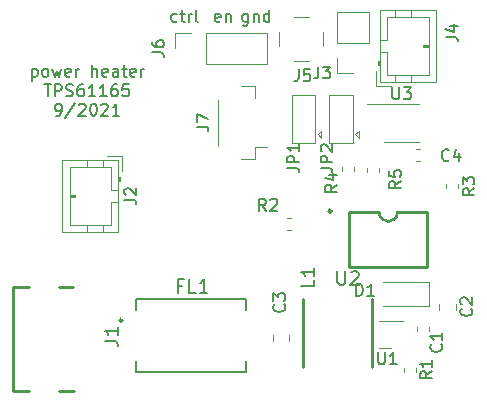
<source format=gto>
G04 #@! TF.GenerationSoftware,KiCad,Pcbnew,(5.1.5-0)*
G04 #@! TF.CreationDate,2021-10-12T13:01:33-06:00*
G04 #@! TF.ProjectId,TPS61165-heater,54505336-3131-4363-952d-686561746572,rev?*
G04 #@! TF.SameCoordinates,Original*
G04 #@! TF.FileFunction,Legend,Top*
G04 #@! TF.FilePolarity,Positive*
%FSLAX46Y46*%
G04 Gerber Fmt 4.6, Leading zero omitted, Abs format (unit mm)*
G04 Created by KiCad (PCBNEW (5.1.5-0)) date 2021-10-12 13:01:33*
%MOMM*%
%LPD*%
G04 APERTURE LIST*
%ADD10C,0.150000*%
%ADD11C,0.254000*%
%ADD12C,0.120000*%
%ADD13C,0.250000*%
%ADD14C,0.152000*%
%ADD15R,1.902000X1.702000*%
%ADD16R,5.402000X2.102000*%
%ADD17R,1.602000X1.102000*%
%ADD18C,0.100000*%
%ADD19O,1.802000X1.802000*%
%ADD20R,1.802000X1.802000*%
%ADD21R,2.927000X1.502000*%
%ADD22R,1.102000X1.702000*%
%ADD23C,1.342000*%
%ADD24O,1.852000X1.302000*%
%ADD25O,1.902000X1.202000*%
%ADD26R,1.602000X0.902000*%
%ADD27R,1.602000X0.862000*%
%ADD28R,1.602000X0.802000*%
%ADD29R,1.002000X1.302000*%
G04 APERTURE END LIST*
D10*
X135809523Y-56285714D02*
X135809523Y-57095238D01*
X135761904Y-57190476D01*
X135714285Y-57238095D01*
X135619047Y-57285714D01*
X135476190Y-57285714D01*
X135380952Y-57238095D01*
X135809523Y-56904761D02*
X135714285Y-56952380D01*
X135523809Y-56952380D01*
X135428571Y-56904761D01*
X135380952Y-56857142D01*
X135333333Y-56761904D01*
X135333333Y-56476190D01*
X135380952Y-56380952D01*
X135428571Y-56333333D01*
X135523809Y-56285714D01*
X135714285Y-56285714D01*
X135809523Y-56333333D01*
X136285714Y-56285714D02*
X136285714Y-56952380D01*
X136285714Y-56380952D02*
X136333333Y-56333333D01*
X136428571Y-56285714D01*
X136571428Y-56285714D01*
X136666666Y-56333333D01*
X136714285Y-56428571D01*
X136714285Y-56952380D01*
X137619047Y-56952380D02*
X137619047Y-55952380D01*
X137619047Y-56904761D02*
X137523809Y-56952380D01*
X137333333Y-56952380D01*
X137238095Y-56904761D01*
X137190476Y-56857142D01*
X137142857Y-56761904D01*
X137142857Y-56476190D01*
X137190476Y-56380952D01*
X137238095Y-56333333D01*
X137333333Y-56285714D01*
X137523809Y-56285714D01*
X137619047Y-56333333D01*
X133438095Y-56904761D02*
X133342857Y-56952380D01*
X133152380Y-56952380D01*
X133057142Y-56904761D01*
X133009523Y-56809523D01*
X133009523Y-56428571D01*
X133057142Y-56333333D01*
X133152380Y-56285714D01*
X133342857Y-56285714D01*
X133438095Y-56333333D01*
X133485714Y-56428571D01*
X133485714Y-56523809D01*
X133009523Y-56619047D01*
X133914285Y-56285714D02*
X133914285Y-56952380D01*
X133914285Y-56380952D02*
X133961904Y-56333333D01*
X134057142Y-56285714D01*
X134200000Y-56285714D01*
X134295238Y-56333333D01*
X134342857Y-56428571D01*
X134342857Y-56952380D01*
X129780952Y-56904761D02*
X129685714Y-56952380D01*
X129495238Y-56952380D01*
X129400000Y-56904761D01*
X129352380Y-56857142D01*
X129304761Y-56761904D01*
X129304761Y-56476190D01*
X129352380Y-56380952D01*
X129400000Y-56333333D01*
X129495238Y-56285714D01*
X129685714Y-56285714D01*
X129780952Y-56333333D01*
X130066666Y-56285714D02*
X130447619Y-56285714D01*
X130209523Y-55952380D02*
X130209523Y-56809523D01*
X130257142Y-56904761D01*
X130352380Y-56952380D01*
X130447619Y-56952380D01*
X130780952Y-56952380D02*
X130780952Y-56285714D01*
X130780952Y-56476190D02*
X130828571Y-56380952D01*
X130876190Y-56333333D01*
X130971428Y-56285714D01*
X131066666Y-56285714D01*
X131542857Y-56952380D02*
X131447619Y-56904761D01*
X131400000Y-56809523D01*
X131400000Y-55952380D01*
X117533333Y-60935714D02*
X117533333Y-61935714D01*
X117533333Y-60983333D02*
X117628571Y-60935714D01*
X117819047Y-60935714D01*
X117914285Y-60983333D01*
X117961904Y-61030952D01*
X118009523Y-61126190D01*
X118009523Y-61411904D01*
X117961904Y-61507142D01*
X117914285Y-61554761D01*
X117819047Y-61602380D01*
X117628571Y-61602380D01*
X117533333Y-61554761D01*
X118580952Y-61602380D02*
X118485714Y-61554761D01*
X118438095Y-61507142D01*
X118390476Y-61411904D01*
X118390476Y-61126190D01*
X118438095Y-61030952D01*
X118485714Y-60983333D01*
X118580952Y-60935714D01*
X118723809Y-60935714D01*
X118819047Y-60983333D01*
X118866666Y-61030952D01*
X118914285Y-61126190D01*
X118914285Y-61411904D01*
X118866666Y-61507142D01*
X118819047Y-61554761D01*
X118723809Y-61602380D01*
X118580952Y-61602380D01*
X119247619Y-60935714D02*
X119438095Y-61602380D01*
X119628571Y-61126190D01*
X119819047Y-61602380D01*
X120009523Y-60935714D01*
X120771428Y-61554761D02*
X120676190Y-61602380D01*
X120485714Y-61602380D01*
X120390476Y-61554761D01*
X120342857Y-61459523D01*
X120342857Y-61078571D01*
X120390476Y-60983333D01*
X120485714Y-60935714D01*
X120676190Y-60935714D01*
X120771428Y-60983333D01*
X120819047Y-61078571D01*
X120819047Y-61173809D01*
X120342857Y-61269047D01*
X121247619Y-61602380D02*
X121247619Y-60935714D01*
X121247619Y-61126190D02*
X121295238Y-61030952D01*
X121342857Y-60983333D01*
X121438095Y-60935714D01*
X121533333Y-60935714D01*
X122628571Y-61602380D02*
X122628571Y-60602380D01*
X123057142Y-61602380D02*
X123057142Y-61078571D01*
X123009523Y-60983333D01*
X122914285Y-60935714D01*
X122771428Y-60935714D01*
X122676190Y-60983333D01*
X122628571Y-61030952D01*
X123914285Y-61554761D02*
X123819047Y-61602380D01*
X123628571Y-61602380D01*
X123533333Y-61554761D01*
X123485714Y-61459523D01*
X123485714Y-61078571D01*
X123533333Y-60983333D01*
X123628571Y-60935714D01*
X123819047Y-60935714D01*
X123914285Y-60983333D01*
X123961904Y-61078571D01*
X123961904Y-61173809D01*
X123485714Y-61269047D01*
X124819047Y-61602380D02*
X124819047Y-61078571D01*
X124771428Y-60983333D01*
X124676190Y-60935714D01*
X124485714Y-60935714D01*
X124390476Y-60983333D01*
X124819047Y-61554761D02*
X124723809Y-61602380D01*
X124485714Y-61602380D01*
X124390476Y-61554761D01*
X124342857Y-61459523D01*
X124342857Y-61364285D01*
X124390476Y-61269047D01*
X124485714Y-61221428D01*
X124723809Y-61221428D01*
X124819047Y-61173809D01*
X125152380Y-60935714D02*
X125533333Y-60935714D01*
X125295238Y-60602380D02*
X125295238Y-61459523D01*
X125342857Y-61554761D01*
X125438095Y-61602380D01*
X125533333Y-61602380D01*
X126247619Y-61554761D02*
X126152380Y-61602380D01*
X125961904Y-61602380D01*
X125866666Y-61554761D01*
X125819047Y-61459523D01*
X125819047Y-61078571D01*
X125866666Y-60983333D01*
X125961904Y-60935714D01*
X126152380Y-60935714D01*
X126247619Y-60983333D01*
X126295238Y-61078571D01*
X126295238Y-61173809D01*
X125819047Y-61269047D01*
X126723809Y-61602380D02*
X126723809Y-60935714D01*
X126723809Y-61126190D02*
X126771428Y-61030952D01*
X126819047Y-60983333D01*
X126914285Y-60935714D01*
X127009523Y-60935714D01*
X118557142Y-62252380D02*
X119128571Y-62252380D01*
X118842857Y-63252380D02*
X118842857Y-62252380D01*
X119461904Y-63252380D02*
X119461904Y-62252380D01*
X119842857Y-62252380D01*
X119938095Y-62300000D01*
X119985714Y-62347619D01*
X120033333Y-62442857D01*
X120033333Y-62585714D01*
X119985714Y-62680952D01*
X119938095Y-62728571D01*
X119842857Y-62776190D01*
X119461904Y-62776190D01*
X120414285Y-63204761D02*
X120557142Y-63252380D01*
X120795238Y-63252380D01*
X120890476Y-63204761D01*
X120938095Y-63157142D01*
X120985714Y-63061904D01*
X120985714Y-62966666D01*
X120938095Y-62871428D01*
X120890476Y-62823809D01*
X120795238Y-62776190D01*
X120604761Y-62728571D01*
X120509523Y-62680952D01*
X120461904Y-62633333D01*
X120414285Y-62538095D01*
X120414285Y-62442857D01*
X120461904Y-62347619D01*
X120509523Y-62300000D01*
X120604761Y-62252380D01*
X120842857Y-62252380D01*
X120985714Y-62300000D01*
X121842857Y-62252380D02*
X121652380Y-62252380D01*
X121557142Y-62300000D01*
X121509523Y-62347619D01*
X121414285Y-62490476D01*
X121366666Y-62680952D01*
X121366666Y-63061904D01*
X121414285Y-63157142D01*
X121461904Y-63204761D01*
X121557142Y-63252380D01*
X121747619Y-63252380D01*
X121842857Y-63204761D01*
X121890476Y-63157142D01*
X121938095Y-63061904D01*
X121938095Y-62823809D01*
X121890476Y-62728571D01*
X121842857Y-62680952D01*
X121747619Y-62633333D01*
X121557142Y-62633333D01*
X121461904Y-62680952D01*
X121414285Y-62728571D01*
X121366666Y-62823809D01*
X122890476Y-63252380D02*
X122319047Y-63252380D01*
X122604761Y-63252380D02*
X122604761Y-62252380D01*
X122509523Y-62395238D01*
X122414285Y-62490476D01*
X122319047Y-62538095D01*
X123842857Y-63252380D02*
X123271428Y-63252380D01*
X123557142Y-63252380D02*
X123557142Y-62252380D01*
X123461904Y-62395238D01*
X123366666Y-62490476D01*
X123271428Y-62538095D01*
X124700000Y-62252380D02*
X124509523Y-62252380D01*
X124414285Y-62300000D01*
X124366666Y-62347619D01*
X124271428Y-62490476D01*
X124223809Y-62680952D01*
X124223809Y-63061904D01*
X124271428Y-63157142D01*
X124319047Y-63204761D01*
X124414285Y-63252380D01*
X124604761Y-63252380D01*
X124700000Y-63204761D01*
X124747619Y-63157142D01*
X124795238Y-63061904D01*
X124795238Y-62823809D01*
X124747619Y-62728571D01*
X124700000Y-62680952D01*
X124604761Y-62633333D01*
X124414285Y-62633333D01*
X124319047Y-62680952D01*
X124271428Y-62728571D01*
X124223809Y-62823809D01*
X125700000Y-62252380D02*
X125223809Y-62252380D01*
X125176190Y-62728571D01*
X125223809Y-62680952D01*
X125319047Y-62633333D01*
X125557142Y-62633333D01*
X125652380Y-62680952D01*
X125700000Y-62728571D01*
X125747619Y-62823809D01*
X125747619Y-63061904D01*
X125700000Y-63157142D01*
X125652380Y-63204761D01*
X125557142Y-63252380D01*
X125319047Y-63252380D01*
X125223809Y-63204761D01*
X125176190Y-63157142D01*
X119580952Y-64902380D02*
X119771428Y-64902380D01*
X119866666Y-64854761D01*
X119914285Y-64807142D01*
X120009523Y-64664285D01*
X120057142Y-64473809D01*
X120057142Y-64092857D01*
X120009523Y-63997619D01*
X119961904Y-63950000D01*
X119866666Y-63902380D01*
X119676190Y-63902380D01*
X119580952Y-63950000D01*
X119533333Y-63997619D01*
X119485714Y-64092857D01*
X119485714Y-64330952D01*
X119533333Y-64426190D01*
X119580952Y-64473809D01*
X119676190Y-64521428D01*
X119866666Y-64521428D01*
X119961904Y-64473809D01*
X120009523Y-64426190D01*
X120057142Y-64330952D01*
X121200000Y-63854761D02*
X120342857Y-65140476D01*
X121485714Y-63997619D02*
X121533333Y-63950000D01*
X121628571Y-63902380D01*
X121866666Y-63902380D01*
X121961904Y-63950000D01*
X122009523Y-63997619D01*
X122057142Y-64092857D01*
X122057142Y-64188095D01*
X122009523Y-64330952D01*
X121438095Y-64902380D01*
X122057142Y-64902380D01*
X122676190Y-63902380D02*
X122771428Y-63902380D01*
X122866666Y-63950000D01*
X122914285Y-63997619D01*
X122961904Y-64092857D01*
X123009523Y-64283333D01*
X123009523Y-64521428D01*
X122961904Y-64711904D01*
X122914285Y-64807142D01*
X122866666Y-64854761D01*
X122771428Y-64902380D01*
X122676190Y-64902380D01*
X122580952Y-64854761D01*
X122533333Y-64807142D01*
X122485714Y-64711904D01*
X122438095Y-64521428D01*
X122438095Y-64283333D01*
X122485714Y-64092857D01*
X122533333Y-63997619D01*
X122580952Y-63950000D01*
X122676190Y-63902380D01*
X123390476Y-63997619D02*
X123438095Y-63950000D01*
X123533333Y-63902380D01*
X123771428Y-63902380D01*
X123866666Y-63950000D01*
X123914285Y-63997619D01*
X123961904Y-64092857D01*
X123961904Y-64188095D01*
X123914285Y-64330952D01*
X123342857Y-64902380D01*
X123961904Y-64902380D01*
X124914285Y-64902380D02*
X124342857Y-64902380D01*
X124628571Y-64902380D02*
X124628571Y-63902380D01*
X124533333Y-64045238D01*
X124438095Y-64140476D01*
X124342857Y-64188095D01*
D11*
X142874000Y-72987000D02*
G75*
G03X142874000Y-72987000I-127000J0D01*
G01*
X146938000Y-73098000D02*
G75*
G03X148462000Y-73100000I762000J-1000D01*
G01*
X151000000Y-77700000D02*
X144400000Y-77700000D01*
X151000000Y-73100000D02*
X151000000Y-77700000D01*
X144400000Y-77700000D02*
X144400000Y-73100000D01*
X151000000Y-73100000D02*
X148462000Y-73100000D01*
X144400000Y-73100000D02*
X146938000Y-73100000D01*
X140500000Y-86150000D02*
X140500000Y-80450000D01*
X146300000Y-86150000D02*
X146300000Y-80450000D01*
D12*
X142700000Y-67250000D02*
X142700000Y-63150000D01*
X142700000Y-63150000D02*
X144700000Y-63150000D01*
X144700000Y-63150000D02*
X144700000Y-67250000D01*
X144700000Y-67250000D02*
X142700000Y-67250000D01*
X144900000Y-66500000D02*
X145200000Y-66800000D01*
X145200000Y-66800000D02*
X145200000Y-66200000D01*
X144900000Y-66500000D02*
X145200000Y-66200000D01*
X139500000Y-67250000D02*
X139500000Y-63150000D01*
X139500000Y-63150000D02*
X141500000Y-63150000D01*
X141500000Y-63150000D02*
X141500000Y-67250000D01*
X141500000Y-67250000D02*
X139500000Y-67250000D01*
X141700000Y-66500000D02*
X142000000Y-66800000D01*
X142000000Y-66800000D02*
X142000000Y-66200000D01*
X141700000Y-66500000D02*
X142000000Y-66200000D01*
X148800000Y-63890000D02*
X145875000Y-63890000D01*
X148800000Y-63890000D02*
X150300000Y-63890000D01*
X148800000Y-67110000D02*
X147300000Y-67110000D01*
X148800000Y-67110000D02*
X150300000Y-67110000D01*
X145890000Y-69328733D02*
X145890000Y-69671267D01*
X146910000Y-69328733D02*
X146910000Y-69671267D01*
X143790000Y-69253733D02*
X143790000Y-69596267D01*
X144810000Y-69253733D02*
X144810000Y-69596267D01*
X152590000Y-70728733D02*
X152590000Y-71071267D01*
X153610000Y-70728733D02*
X153610000Y-71071267D01*
X133290000Y-67440000D02*
X133290000Y-63560000D01*
X136410000Y-62390000D02*
X136410000Y-63440000D01*
X135260000Y-62390000D02*
X136410000Y-62390000D01*
X136410000Y-67560000D02*
X137400000Y-67560000D01*
X136410000Y-68610000D02*
X136410000Y-67560000D01*
X135260000Y-68610000D02*
X136410000Y-68610000D01*
X150028733Y-68710000D02*
X150371267Y-68710000D01*
X150028733Y-67690000D02*
X150371267Y-67690000D01*
X139128733Y-74610000D02*
X139471267Y-74610000D01*
X139128733Y-73590000D02*
X139471267Y-73590000D01*
X129670000Y-59200000D02*
X129670000Y-57870000D01*
X129670000Y-57870000D02*
X131000000Y-57870000D01*
X132270000Y-57870000D02*
X137410000Y-57870000D01*
X137410000Y-60530000D02*
X137410000Y-57870000D01*
X132270000Y-60530000D02*
X137410000Y-60530000D01*
X132270000Y-60530000D02*
X132270000Y-57870000D01*
D13*
X125175000Y-82230000D02*
G75*
G03X125175000Y-82230000I-125000J0D01*
G01*
D14*
X135676000Y-86576000D02*
X135676000Y-85660000D01*
X135676000Y-86576000D02*
X135676000Y-86576000D01*
X126324000Y-86576000D02*
X135676000Y-86576000D01*
X126324000Y-86576000D02*
X126324000Y-86576000D01*
X126324000Y-85660000D02*
X126324000Y-86576000D01*
X135676000Y-80424000D02*
X135676000Y-81340000D01*
X135676000Y-80424000D02*
X135676000Y-80424000D01*
X126324000Y-80424000D02*
X135676000Y-80424000D01*
X126324000Y-80424000D02*
X126324000Y-80424000D01*
X126324000Y-81340000D02*
X126324000Y-80424000D01*
D12*
X148930000Y-82320000D02*
X146930000Y-82320000D01*
X147930000Y-84540000D02*
X146930000Y-84540000D01*
X148990000Y-86228733D02*
X148990000Y-86571267D01*
X150010000Y-86228733D02*
X150010000Y-86571267D01*
X139710000Y-56560000D02*
X140950000Y-56560000D01*
X139710000Y-60300000D02*
X140950000Y-60300000D01*
X142200000Y-57810000D02*
X142200000Y-59050000D01*
X138460000Y-57810000D02*
X138460000Y-59050000D01*
X146690000Y-62360000D02*
X147940000Y-62360000D01*
X146690000Y-61110000D02*
X146690000Y-62360000D01*
X151100000Y-59000000D02*
X150600000Y-59000000D01*
X150600000Y-58900000D02*
X151100000Y-58900000D01*
X150600000Y-59100000D02*
X150600000Y-58900000D01*
X151100000Y-59100000D02*
X150600000Y-59100000D01*
X149600000Y-55940000D02*
X149600000Y-56550000D01*
X148300000Y-55940000D02*
X148300000Y-56550000D01*
X149600000Y-62060000D02*
X149600000Y-61450000D01*
X148300000Y-62060000D02*
X148300000Y-61450000D01*
X147600000Y-58500000D02*
X146990000Y-58500000D01*
X147600000Y-56550000D02*
X147600000Y-58500000D01*
X151100000Y-56550000D02*
X147600000Y-56550000D01*
X151100000Y-61450000D02*
X151100000Y-56550000D01*
X147600000Y-61450000D02*
X151100000Y-61450000D01*
X147600000Y-59500000D02*
X147600000Y-61450000D01*
X146990000Y-59500000D02*
X147600000Y-59500000D01*
X146890000Y-60300000D02*
X146890000Y-60600000D01*
X146790000Y-60600000D02*
X146990000Y-60600000D01*
X146790000Y-60300000D02*
X146790000Y-60600000D01*
X146990000Y-60300000D02*
X146790000Y-60300000D01*
X146990000Y-55940000D02*
X146990000Y-62060000D01*
X151710000Y-55940000D02*
X146990000Y-55940000D01*
X151710000Y-62060000D02*
X151710000Y-55940000D01*
X146990000Y-62060000D02*
X151710000Y-62060000D01*
X144700000Y-61330000D02*
X143370000Y-61330000D01*
X143370000Y-61330000D02*
X143370000Y-60000000D01*
X143370000Y-58730000D02*
X143370000Y-56130000D01*
X146030000Y-56130000D02*
X143370000Y-56130000D01*
X146030000Y-58730000D02*
X146030000Y-56130000D01*
X146030000Y-58730000D02*
X143370000Y-58730000D01*
X125110000Y-68340000D02*
X123860000Y-68340000D01*
X125110000Y-69590000D02*
X125110000Y-68340000D01*
X120700000Y-71700000D02*
X121200000Y-71700000D01*
X121200000Y-71800000D02*
X120700000Y-71800000D01*
X121200000Y-71600000D02*
X121200000Y-71800000D01*
X120700000Y-71600000D02*
X121200000Y-71600000D01*
X122200000Y-74760000D02*
X122200000Y-74150000D01*
X123500000Y-74760000D02*
X123500000Y-74150000D01*
X122200000Y-68640000D02*
X122200000Y-69250000D01*
X123500000Y-68640000D02*
X123500000Y-69250000D01*
X124200000Y-72200000D02*
X124810000Y-72200000D01*
X124200000Y-74150000D02*
X124200000Y-72200000D01*
X120700000Y-74150000D02*
X124200000Y-74150000D01*
X120700000Y-69250000D02*
X120700000Y-74150000D01*
X124200000Y-69250000D02*
X120700000Y-69250000D01*
X124200000Y-71200000D02*
X124200000Y-69250000D01*
X124810000Y-71200000D02*
X124200000Y-71200000D01*
X124910000Y-70400000D02*
X124910000Y-70100000D01*
X125010000Y-70100000D02*
X124810000Y-70100000D01*
X125010000Y-70400000D02*
X125010000Y-70100000D01*
X124810000Y-70400000D02*
X125010000Y-70400000D01*
X124810000Y-74760000D02*
X124810000Y-68640000D01*
X120090000Y-74760000D02*
X124810000Y-74760000D01*
X120090000Y-68640000D02*
X120090000Y-74760000D01*
X124810000Y-68640000D02*
X120090000Y-68640000D01*
D11*
X121063000Y-88200000D02*
X119823000Y-88200000D01*
X121015000Y-79400000D02*
X119775000Y-79400000D01*
X115924000Y-88209000D02*
X117275000Y-88209000D01*
X115925000Y-79400000D02*
X117305000Y-79400000D01*
X115925000Y-79390000D02*
X115925000Y-88210000D01*
D12*
X151150000Y-81000000D02*
X147250000Y-81000000D01*
X151150000Y-79000000D02*
X147250000Y-79000000D01*
X151150000Y-81000000D02*
X151150000Y-79000000D01*
X139310000Y-83961252D02*
X139310000Y-83438748D01*
X137890000Y-83961252D02*
X137890000Y-83438748D01*
X151990000Y-80813748D02*
X151990000Y-81336252D01*
X153410000Y-80813748D02*
X153410000Y-81336252D01*
X151110000Y-83171267D02*
X151110000Y-82828733D01*
X150090000Y-83171267D02*
X150090000Y-82828733D01*
D14*
X143387342Y-78074071D02*
X143387342Y-78999357D01*
X143441771Y-79108214D01*
X143496200Y-79162642D01*
X143605057Y-79217071D01*
X143822771Y-79217071D01*
X143931628Y-79162642D01*
X143986057Y-79108214D01*
X144040485Y-78999357D01*
X144040485Y-78074071D01*
X144530342Y-78182928D02*
X144584771Y-78128500D01*
X144693628Y-78074071D01*
X144965771Y-78074071D01*
X145074628Y-78128500D01*
X145129057Y-78182928D01*
X145183485Y-78291785D01*
X145183485Y-78400642D01*
X145129057Y-78563928D01*
X144475914Y-79217071D01*
X145183485Y-79217071D01*
X141417071Y-78784771D02*
X141417071Y-79329057D01*
X140274071Y-79329057D01*
X141417071Y-77805057D02*
X141417071Y-78458200D01*
X141417071Y-78131628D02*
X140274071Y-78131628D01*
X140437357Y-78240485D01*
X140546214Y-78349342D01*
X140600642Y-78458200D01*
D10*
X141952380Y-69333333D02*
X142666666Y-69333333D01*
X142809523Y-69380952D01*
X142904761Y-69476190D01*
X142952380Y-69619047D01*
X142952380Y-69714285D01*
X142952380Y-68857142D02*
X141952380Y-68857142D01*
X141952380Y-68476190D01*
X142000000Y-68380952D01*
X142047619Y-68333333D01*
X142142857Y-68285714D01*
X142285714Y-68285714D01*
X142380952Y-68333333D01*
X142428571Y-68380952D01*
X142476190Y-68476190D01*
X142476190Y-68857142D01*
X142047619Y-67904761D02*
X142000000Y-67857142D01*
X141952380Y-67761904D01*
X141952380Y-67523809D01*
X142000000Y-67428571D01*
X142047619Y-67380952D01*
X142142857Y-67333333D01*
X142238095Y-67333333D01*
X142380952Y-67380952D01*
X142952380Y-67952380D01*
X142952380Y-67333333D01*
X139152380Y-69333333D02*
X139866666Y-69333333D01*
X140009523Y-69380952D01*
X140104761Y-69476190D01*
X140152380Y-69619047D01*
X140152380Y-69714285D01*
X140152380Y-68857142D02*
X139152380Y-68857142D01*
X139152380Y-68476190D01*
X139200000Y-68380952D01*
X139247619Y-68333333D01*
X139342857Y-68285714D01*
X139485714Y-68285714D01*
X139580952Y-68333333D01*
X139628571Y-68380952D01*
X139676190Y-68476190D01*
X139676190Y-68857142D01*
X140152380Y-67333333D02*
X140152380Y-67904761D01*
X140152380Y-67619047D02*
X139152380Y-67619047D01*
X139295238Y-67714285D01*
X139390476Y-67809523D01*
X139438095Y-67904761D01*
X148038095Y-62502380D02*
X148038095Y-63311904D01*
X148085714Y-63407142D01*
X148133333Y-63454761D01*
X148228571Y-63502380D01*
X148419047Y-63502380D01*
X148514285Y-63454761D01*
X148561904Y-63407142D01*
X148609523Y-63311904D01*
X148609523Y-62502380D01*
X148990476Y-62502380D02*
X149609523Y-62502380D01*
X149276190Y-62883333D01*
X149419047Y-62883333D01*
X149514285Y-62930952D01*
X149561904Y-62978571D01*
X149609523Y-63073809D01*
X149609523Y-63311904D01*
X149561904Y-63407142D01*
X149514285Y-63454761D01*
X149419047Y-63502380D01*
X149133333Y-63502380D01*
X149038095Y-63454761D01*
X148990476Y-63407142D01*
X148752380Y-70466666D02*
X148276190Y-70800000D01*
X148752380Y-71038095D02*
X147752380Y-71038095D01*
X147752380Y-70657142D01*
X147800000Y-70561904D01*
X147847619Y-70514285D01*
X147942857Y-70466666D01*
X148085714Y-70466666D01*
X148180952Y-70514285D01*
X148228571Y-70561904D01*
X148276190Y-70657142D01*
X148276190Y-71038095D01*
X147752380Y-69561904D02*
X147752380Y-70038095D01*
X148228571Y-70085714D01*
X148180952Y-70038095D01*
X148133333Y-69942857D01*
X148133333Y-69704761D01*
X148180952Y-69609523D01*
X148228571Y-69561904D01*
X148323809Y-69514285D01*
X148561904Y-69514285D01*
X148657142Y-69561904D01*
X148704761Y-69609523D01*
X148752380Y-69704761D01*
X148752380Y-69942857D01*
X148704761Y-70038095D01*
X148657142Y-70085714D01*
X143352380Y-70766666D02*
X142876190Y-71100000D01*
X143352380Y-71338095D02*
X142352380Y-71338095D01*
X142352380Y-70957142D01*
X142400000Y-70861904D01*
X142447619Y-70814285D01*
X142542857Y-70766666D01*
X142685714Y-70766666D01*
X142780952Y-70814285D01*
X142828571Y-70861904D01*
X142876190Y-70957142D01*
X142876190Y-71338095D01*
X142685714Y-69909523D02*
X143352380Y-69909523D01*
X142304761Y-70147619D02*
X143019047Y-70385714D01*
X143019047Y-69766666D01*
X154982380Y-71066666D02*
X154506190Y-71400000D01*
X154982380Y-71638095D02*
X153982380Y-71638095D01*
X153982380Y-71257142D01*
X154030000Y-71161904D01*
X154077619Y-71114285D01*
X154172857Y-71066666D01*
X154315714Y-71066666D01*
X154410952Y-71114285D01*
X154458571Y-71161904D01*
X154506190Y-71257142D01*
X154506190Y-71638095D01*
X153982380Y-70733333D02*
X153982380Y-70114285D01*
X154363333Y-70447619D01*
X154363333Y-70304761D01*
X154410952Y-70209523D01*
X154458571Y-70161904D01*
X154553809Y-70114285D01*
X154791904Y-70114285D01*
X154887142Y-70161904D01*
X154934761Y-70209523D01*
X154982380Y-70304761D01*
X154982380Y-70590476D01*
X154934761Y-70685714D01*
X154887142Y-70733333D01*
X131452380Y-65833333D02*
X132166666Y-65833333D01*
X132309523Y-65880952D01*
X132404761Y-65976190D01*
X132452380Y-66119047D01*
X132452380Y-66214285D01*
X131452380Y-65452380D02*
X131452380Y-64785714D01*
X132452380Y-65214285D01*
X152833333Y-68657142D02*
X152785714Y-68704761D01*
X152642857Y-68752380D01*
X152547619Y-68752380D01*
X152404761Y-68704761D01*
X152309523Y-68609523D01*
X152261904Y-68514285D01*
X152214285Y-68323809D01*
X152214285Y-68180952D01*
X152261904Y-67990476D01*
X152309523Y-67895238D01*
X152404761Y-67800000D01*
X152547619Y-67752380D01*
X152642857Y-67752380D01*
X152785714Y-67800000D01*
X152833333Y-67847619D01*
X153690476Y-68085714D02*
X153690476Y-68752380D01*
X153452380Y-67704761D02*
X153214285Y-68419047D01*
X153833333Y-68419047D01*
X137333333Y-72952380D02*
X137000000Y-72476190D01*
X136761904Y-72952380D02*
X136761904Y-71952380D01*
X137142857Y-71952380D01*
X137238095Y-72000000D01*
X137285714Y-72047619D01*
X137333333Y-72142857D01*
X137333333Y-72285714D01*
X137285714Y-72380952D01*
X137238095Y-72428571D01*
X137142857Y-72476190D01*
X136761904Y-72476190D01*
X137714285Y-72047619D02*
X137761904Y-72000000D01*
X137857142Y-71952380D01*
X138095238Y-71952380D01*
X138190476Y-72000000D01*
X138238095Y-72047619D01*
X138285714Y-72142857D01*
X138285714Y-72238095D01*
X138238095Y-72380952D01*
X137666666Y-72952380D01*
X138285714Y-72952380D01*
X127682380Y-59533333D02*
X128396666Y-59533333D01*
X128539523Y-59580952D01*
X128634761Y-59676190D01*
X128682380Y-59819047D01*
X128682380Y-59914285D01*
X127682380Y-58628571D02*
X127682380Y-58819047D01*
X127730000Y-58914285D01*
X127777619Y-58961904D01*
X127920476Y-59057142D01*
X128110952Y-59104761D01*
X128491904Y-59104761D01*
X128587142Y-59057142D01*
X128634761Y-59009523D01*
X128682380Y-58914285D01*
X128682380Y-58723809D01*
X128634761Y-58628571D01*
X128587142Y-58580952D01*
X128491904Y-58533333D01*
X128253809Y-58533333D01*
X128158571Y-58580952D01*
X128110952Y-58628571D01*
X128063333Y-58723809D01*
X128063333Y-58914285D01*
X128110952Y-59009523D01*
X128158571Y-59057142D01*
X128253809Y-59104761D01*
D14*
X130251942Y-79318357D02*
X129870942Y-79318357D01*
X129870942Y-79917071D02*
X129870942Y-78774071D01*
X130415228Y-78774071D01*
X131394942Y-79917071D02*
X130850657Y-79917071D01*
X130850657Y-78774071D01*
X132374657Y-79917071D02*
X131721514Y-79917071D01*
X132048085Y-79917071D02*
X132048085Y-78774071D01*
X131939228Y-78937357D01*
X131830371Y-79046214D01*
X131721514Y-79100642D01*
D10*
X146838095Y-84952380D02*
X146838095Y-85761904D01*
X146885714Y-85857142D01*
X146933333Y-85904761D01*
X147028571Y-85952380D01*
X147219047Y-85952380D01*
X147314285Y-85904761D01*
X147361904Y-85857142D01*
X147409523Y-85761904D01*
X147409523Y-84952380D01*
X148409523Y-85952380D02*
X147838095Y-85952380D01*
X148123809Y-85952380D02*
X148123809Y-84952380D01*
X148028571Y-85095238D01*
X147933333Y-85190476D01*
X147838095Y-85238095D01*
X151382380Y-86566666D02*
X150906190Y-86900000D01*
X151382380Y-87138095D02*
X150382380Y-87138095D01*
X150382380Y-86757142D01*
X150430000Y-86661904D01*
X150477619Y-86614285D01*
X150572857Y-86566666D01*
X150715714Y-86566666D01*
X150810952Y-86614285D01*
X150858571Y-86661904D01*
X150906190Y-86757142D01*
X150906190Y-87138095D01*
X151382380Y-85614285D02*
X151382380Y-86185714D01*
X151382380Y-85900000D02*
X150382380Y-85900000D01*
X150525238Y-85995238D01*
X150620476Y-86090476D01*
X150668095Y-86185714D01*
X140096666Y-60982380D02*
X140096666Y-61696666D01*
X140049047Y-61839523D01*
X139953809Y-61934761D01*
X139810952Y-61982380D01*
X139715714Y-61982380D01*
X141049047Y-60982380D02*
X140572857Y-60982380D01*
X140525238Y-61458571D01*
X140572857Y-61410952D01*
X140668095Y-61363333D01*
X140906190Y-61363333D01*
X141001428Y-61410952D01*
X141049047Y-61458571D01*
X141096666Y-61553809D01*
X141096666Y-61791904D01*
X141049047Y-61887142D01*
X141001428Y-61934761D01*
X140906190Y-61982380D01*
X140668095Y-61982380D01*
X140572857Y-61934761D01*
X140525238Y-61887142D01*
X152552380Y-58233333D02*
X153266666Y-58233333D01*
X153409523Y-58280952D01*
X153504761Y-58376190D01*
X153552380Y-58519047D01*
X153552380Y-58614285D01*
X152885714Y-57328571D02*
X153552380Y-57328571D01*
X152504761Y-57566666D02*
X153219047Y-57804761D01*
X153219047Y-57185714D01*
X141766666Y-60752380D02*
X141766666Y-61466666D01*
X141719047Y-61609523D01*
X141623809Y-61704761D01*
X141480952Y-61752380D01*
X141385714Y-61752380D01*
X142147619Y-60752380D02*
X142766666Y-60752380D01*
X142433333Y-61133333D01*
X142576190Y-61133333D01*
X142671428Y-61180952D01*
X142719047Y-61228571D01*
X142766666Y-61323809D01*
X142766666Y-61561904D01*
X142719047Y-61657142D01*
X142671428Y-61704761D01*
X142576190Y-61752380D01*
X142290476Y-61752380D01*
X142195238Y-61704761D01*
X142147619Y-61657142D01*
X125352380Y-72033333D02*
X126066666Y-72033333D01*
X126209523Y-72080952D01*
X126304761Y-72176190D01*
X126352380Y-72319047D01*
X126352380Y-72414285D01*
X125447619Y-71604761D02*
X125400000Y-71557142D01*
X125352380Y-71461904D01*
X125352380Y-71223809D01*
X125400000Y-71128571D01*
X125447619Y-71080952D01*
X125542857Y-71033333D01*
X125638095Y-71033333D01*
X125780952Y-71080952D01*
X126352380Y-71652380D01*
X126352380Y-71033333D01*
D14*
X123674071Y-83959514D02*
X124490500Y-83959514D01*
X124653785Y-84013942D01*
X124762642Y-84122800D01*
X124817071Y-84286085D01*
X124817071Y-84394942D01*
X124817071Y-82816514D02*
X124817071Y-83469657D01*
X124817071Y-83143085D02*
X123674071Y-83143085D01*
X123837357Y-83251942D01*
X123946214Y-83360800D01*
X124000642Y-83469657D01*
D10*
X144961904Y-80152380D02*
X144961904Y-79152380D01*
X145200000Y-79152380D01*
X145342857Y-79200000D01*
X145438095Y-79295238D01*
X145485714Y-79390476D01*
X145533333Y-79580952D01*
X145533333Y-79723809D01*
X145485714Y-79914285D01*
X145438095Y-80009523D01*
X145342857Y-80104761D01*
X145200000Y-80152380D01*
X144961904Y-80152380D01*
X146485714Y-80152380D02*
X145914285Y-80152380D01*
X146200000Y-80152380D02*
X146200000Y-79152380D01*
X146104761Y-79295238D01*
X146009523Y-79390476D01*
X145914285Y-79438095D01*
X138857142Y-80891666D02*
X138904761Y-80939285D01*
X138952380Y-81082142D01*
X138952380Y-81177380D01*
X138904761Y-81320238D01*
X138809523Y-81415476D01*
X138714285Y-81463095D01*
X138523809Y-81510714D01*
X138380952Y-81510714D01*
X138190476Y-81463095D01*
X138095238Y-81415476D01*
X138000000Y-81320238D01*
X137952380Y-81177380D01*
X137952380Y-81082142D01*
X138000000Y-80939285D01*
X138047619Y-80891666D01*
X137952380Y-80558333D02*
X137952380Y-79939285D01*
X138333333Y-80272619D01*
X138333333Y-80129761D01*
X138380952Y-80034523D01*
X138428571Y-79986904D01*
X138523809Y-79939285D01*
X138761904Y-79939285D01*
X138857142Y-79986904D01*
X138904761Y-80034523D01*
X138952380Y-80129761D01*
X138952380Y-80415476D01*
X138904761Y-80510714D01*
X138857142Y-80558333D01*
X154707142Y-81241666D02*
X154754761Y-81289285D01*
X154802380Y-81432142D01*
X154802380Y-81527380D01*
X154754761Y-81670238D01*
X154659523Y-81765476D01*
X154564285Y-81813095D01*
X154373809Y-81860714D01*
X154230952Y-81860714D01*
X154040476Y-81813095D01*
X153945238Y-81765476D01*
X153850000Y-81670238D01*
X153802380Y-81527380D01*
X153802380Y-81432142D01*
X153850000Y-81289285D01*
X153897619Y-81241666D01*
X153897619Y-80860714D02*
X153850000Y-80813095D01*
X153802380Y-80717857D01*
X153802380Y-80479761D01*
X153850000Y-80384523D01*
X153897619Y-80336904D01*
X153992857Y-80289285D01*
X154088095Y-80289285D01*
X154230952Y-80336904D01*
X154802380Y-80908333D01*
X154802380Y-80289285D01*
X152157142Y-84266666D02*
X152204761Y-84314285D01*
X152252380Y-84457142D01*
X152252380Y-84552380D01*
X152204761Y-84695238D01*
X152109523Y-84790476D01*
X152014285Y-84838095D01*
X151823809Y-84885714D01*
X151680952Y-84885714D01*
X151490476Y-84838095D01*
X151395238Y-84790476D01*
X151300000Y-84695238D01*
X151252380Y-84552380D01*
X151252380Y-84457142D01*
X151300000Y-84314285D01*
X151347619Y-84266666D01*
X152252380Y-83314285D02*
X152252380Y-83885714D01*
X152252380Y-83600000D02*
X151252380Y-83600000D01*
X151395238Y-83695238D01*
X151490476Y-83790476D01*
X151538095Y-83885714D01*
%LPC*%
D15*
X152576000Y-74130000D03*
X152576000Y-76670000D03*
X142824000Y-76670000D03*
X142824000Y-74130000D03*
D16*
X143400000Y-81600000D03*
X143400000Y-85000000D03*
D17*
X143700000Y-66500000D03*
X143700000Y-65200000D03*
X143700000Y-63900000D03*
X140500000Y-66500000D03*
X140500000Y-65200000D03*
X140500000Y-63900000D03*
D18*
G36*
X151685351Y-64299484D02*
G01*
X151695107Y-64300931D01*
X151704674Y-64303327D01*
X151713960Y-64306650D01*
X151722875Y-64310867D01*
X151731335Y-64315937D01*
X151739257Y-64321812D01*
X151746564Y-64328436D01*
X151753188Y-64335743D01*
X151759063Y-64343665D01*
X151764133Y-64352125D01*
X151768350Y-64361040D01*
X151771673Y-64370326D01*
X151774069Y-64379893D01*
X151775516Y-64389649D01*
X151776000Y-64399500D01*
X151776000Y-64600500D01*
X151775516Y-64610351D01*
X151774069Y-64620107D01*
X151771673Y-64629674D01*
X151768350Y-64638960D01*
X151764133Y-64647875D01*
X151759063Y-64656335D01*
X151753188Y-64664257D01*
X151746564Y-64671564D01*
X151739257Y-64678188D01*
X151731335Y-64684063D01*
X151722875Y-64689133D01*
X151713960Y-64693350D01*
X151704674Y-64696673D01*
X151695107Y-64699069D01*
X151685351Y-64700516D01*
X151675500Y-64701000D01*
X150324500Y-64701000D01*
X150314649Y-64700516D01*
X150304893Y-64699069D01*
X150295326Y-64696673D01*
X150286040Y-64693350D01*
X150277125Y-64689133D01*
X150268665Y-64684063D01*
X150260743Y-64678188D01*
X150253436Y-64671564D01*
X150246812Y-64664257D01*
X150240937Y-64656335D01*
X150235867Y-64647875D01*
X150231650Y-64638960D01*
X150228327Y-64629674D01*
X150225931Y-64620107D01*
X150224484Y-64610351D01*
X150224000Y-64600500D01*
X150224000Y-64399500D01*
X150224484Y-64389649D01*
X150225931Y-64379893D01*
X150228327Y-64370326D01*
X150231650Y-64361040D01*
X150235867Y-64352125D01*
X150240937Y-64343665D01*
X150246812Y-64335743D01*
X150253436Y-64328436D01*
X150260743Y-64321812D01*
X150268665Y-64315937D01*
X150277125Y-64310867D01*
X150286040Y-64306650D01*
X150295326Y-64303327D01*
X150304893Y-64300931D01*
X150314649Y-64299484D01*
X150324500Y-64299000D01*
X151675500Y-64299000D01*
X151685351Y-64299484D01*
G37*
G36*
X151685351Y-64799484D02*
G01*
X151695107Y-64800931D01*
X151704674Y-64803327D01*
X151713960Y-64806650D01*
X151722875Y-64810867D01*
X151731335Y-64815937D01*
X151739257Y-64821812D01*
X151746564Y-64828436D01*
X151753188Y-64835743D01*
X151759063Y-64843665D01*
X151764133Y-64852125D01*
X151768350Y-64861040D01*
X151771673Y-64870326D01*
X151774069Y-64879893D01*
X151775516Y-64889649D01*
X151776000Y-64899500D01*
X151776000Y-65100500D01*
X151775516Y-65110351D01*
X151774069Y-65120107D01*
X151771673Y-65129674D01*
X151768350Y-65138960D01*
X151764133Y-65147875D01*
X151759063Y-65156335D01*
X151753188Y-65164257D01*
X151746564Y-65171564D01*
X151739257Y-65178188D01*
X151731335Y-65184063D01*
X151722875Y-65189133D01*
X151713960Y-65193350D01*
X151704674Y-65196673D01*
X151695107Y-65199069D01*
X151685351Y-65200516D01*
X151675500Y-65201000D01*
X150324500Y-65201000D01*
X150314649Y-65200516D01*
X150304893Y-65199069D01*
X150295326Y-65196673D01*
X150286040Y-65193350D01*
X150277125Y-65189133D01*
X150268665Y-65184063D01*
X150260743Y-65178188D01*
X150253436Y-65171564D01*
X150246812Y-65164257D01*
X150240937Y-65156335D01*
X150235867Y-65147875D01*
X150231650Y-65138960D01*
X150228327Y-65129674D01*
X150225931Y-65120107D01*
X150224484Y-65110351D01*
X150224000Y-65100500D01*
X150224000Y-64899500D01*
X150224484Y-64889649D01*
X150225931Y-64879893D01*
X150228327Y-64870326D01*
X150231650Y-64861040D01*
X150235867Y-64852125D01*
X150240937Y-64843665D01*
X150246812Y-64835743D01*
X150253436Y-64828436D01*
X150260743Y-64821812D01*
X150268665Y-64815937D01*
X150277125Y-64810867D01*
X150286040Y-64806650D01*
X150295326Y-64803327D01*
X150304893Y-64800931D01*
X150314649Y-64799484D01*
X150324500Y-64799000D01*
X151675500Y-64799000D01*
X151685351Y-64799484D01*
G37*
G36*
X151685351Y-65299484D02*
G01*
X151695107Y-65300931D01*
X151704674Y-65303327D01*
X151713960Y-65306650D01*
X151722875Y-65310867D01*
X151731335Y-65315937D01*
X151739257Y-65321812D01*
X151746564Y-65328436D01*
X151753188Y-65335743D01*
X151759063Y-65343665D01*
X151764133Y-65352125D01*
X151768350Y-65361040D01*
X151771673Y-65370326D01*
X151774069Y-65379893D01*
X151775516Y-65389649D01*
X151776000Y-65399500D01*
X151776000Y-65600500D01*
X151775516Y-65610351D01*
X151774069Y-65620107D01*
X151771673Y-65629674D01*
X151768350Y-65638960D01*
X151764133Y-65647875D01*
X151759063Y-65656335D01*
X151753188Y-65664257D01*
X151746564Y-65671564D01*
X151739257Y-65678188D01*
X151731335Y-65684063D01*
X151722875Y-65689133D01*
X151713960Y-65693350D01*
X151704674Y-65696673D01*
X151695107Y-65699069D01*
X151685351Y-65700516D01*
X151675500Y-65701000D01*
X150324500Y-65701000D01*
X150314649Y-65700516D01*
X150304893Y-65699069D01*
X150295326Y-65696673D01*
X150286040Y-65693350D01*
X150277125Y-65689133D01*
X150268665Y-65684063D01*
X150260743Y-65678188D01*
X150253436Y-65671564D01*
X150246812Y-65664257D01*
X150240937Y-65656335D01*
X150235867Y-65647875D01*
X150231650Y-65638960D01*
X150228327Y-65629674D01*
X150225931Y-65620107D01*
X150224484Y-65610351D01*
X150224000Y-65600500D01*
X150224000Y-65399500D01*
X150224484Y-65389649D01*
X150225931Y-65379893D01*
X150228327Y-65370326D01*
X150231650Y-65361040D01*
X150235867Y-65352125D01*
X150240937Y-65343665D01*
X150246812Y-65335743D01*
X150253436Y-65328436D01*
X150260743Y-65321812D01*
X150268665Y-65315937D01*
X150277125Y-65310867D01*
X150286040Y-65306650D01*
X150295326Y-65303327D01*
X150304893Y-65300931D01*
X150314649Y-65299484D01*
X150324500Y-65299000D01*
X151675500Y-65299000D01*
X151685351Y-65299484D01*
G37*
G36*
X151685351Y-65799484D02*
G01*
X151695107Y-65800931D01*
X151704674Y-65803327D01*
X151713960Y-65806650D01*
X151722875Y-65810867D01*
X151731335Y-65815937D01*
X151739257Y-65821812D01*
X151746564Y-65828436D01*
X151753188Y-65835743D01*
X151759063Y-65843665D01*
X151764133Y-65852125D01*
X151768350Y-65861040D01*
X151771673Y-65870326D01*
X151774069Y-65879893D01*
X151775516Y-65889649D01*
X151776000Y-65899500D01*
X151776000Y-66100500D01*
X151775516Y-66110351D01*
X151774069Y-66120107D01*
X151771673Y-66129674D01*
X151768350Y-66138960D01*
X151764133Y-66147875D01*
X151759063Y-66156335D01*
X151753188Y-66164257D01*
X151746564Y-66171564D01*
X151739257Y-66178188D01*
X151731335Y-66184063D01*
X151722875Y-66189133D01*
X151713960Y-66193350D01*
X151704674Y-66196673D01*
X151695107Y-66199069D01*
X151685351Y-66200516D01*
X151675500Y-66201000D01*
X150324500Y-66201000D01*
X150314649Y-66200516D01*
X150304893Y-66199069D01*
X150295326Y-66196673D01*
X150286040Y-66193350D01*
X150277125Y-66189133D01*
X150268665Y-66184063D01*
X150260743Y-66178188D01*
X150253436Y-66171564D01*
X150246812Y-66164257D01*
X150240937Y-66156335D01*
X150235867Y-66147875D01*
X150231650Y-66138960D01*
X150228327Y-66129674D01*
X150225931Y-66120107D01*
X150224484Y-66110351D01*
X150224000Y-66100500D01*
X150224000Y-65899500D01*
X150224484Y-65889649D01*
X150225931Y-65879893D01*
X150228327Y-65870326D01*
X150231650Y-65861040D01*
X150235867Y-65852125D01*
X150240937Y-65843665D01*
X150246812Y-65835743D01*
X150253436Y-65828436D01*
X150260743Y-65821812D01*
X150268665Y-65815937D01*
X150277125Y-65810867D01*
X150286040Y-65806650D01*
X150295326Y-65803327D01*
X150304893Y-65800931D01*
X150314649Y-65799484D01*
X150324500Y-65799000D01*
X151675500Y-65799000D01*
X151685351Y-65799484D01*
G37*
G36*
X151685351Y-66299484D02*
G01*
X151695107Y-66300931D01*
X151704674Y-66303327D01*
X151713960Y-66306650D01*
X151722875Y-66310867D01*
X151731335Y-66315937D01*
X151739257Y-66321812D01*
X151746564Y-66328436D01*
X151753188Y-66335743D01*
X151759063Y-66343665D01*
X151764133Y-66352125D01*
X151768350Y-66361040D01*
X151771673Y-66370326D01*
X151774069Y-66379893D01*
X151775516Y-66389649D01*
X151776000Y-66399500D01*
X151776000Y-66600500D01*
X151775516Y-66610351D01*
X151774069Y-66620107D01*
X151771673Y-66629674D01*
X151768350Y-66638960D01*
X151764133Y-66647875D01*
X151759063Y-66656335D01*
X151753188Y-66664257D01*
X151746564Y-66671564D01*
X151739257Y-66678188D01*
X151731335Y-66684063D01*
X151722875Y-66689133D01*
X151713960Y-66693350D01*
X151704674Y-66696673D01*
X151695107Y-66699069D01*
X151685351Y-66700516D01*
X151675500Y-66701000D01*
X150324500Y-66701000D01*
X150314649Y-66700516D01*
X150304893Y-66699069D01*
X150295326Y-66696673D01*
X150286040Y-66693350D01*
X150277125Y-66689133D01*
X150268665Y-66684063D01*
X150260743Y-66678188D01*
X150253436Y-66671564D01*
X150246812Y-66664257D01*
X150240937Y-66656335D01*
X150235867Y-66647875D01*
X150231650Y-66638960D01*
X150228327Y-66629674D01*
X150225931Y-66620107D01*
X150224484Y-66610351D01*
X150224000Y-66600500D01*
X150224000Y-66399500D01*
X150224484Y-66389649D01*
X150225931Y-66379893D01*
X150228327Y-66370326D01*
X150231650Y-66361040D01*
X150235867Y-66352125D01*
X150240937Y-66343665D01*
X150246812Y-66335743D01*
X150253436Y-66328436D01*
X150260743Y-66321812D01*
X150268665Y-66315937D01*
X150277125Y-66310867D01*
X150286040Y-66306650D01*
X150295326Y-66303327D01*
X150304893Y-66300931D01*
X150314649Y-66299484D01*
X150324500Y-66299000D01*
X151675500Y-66299000D01*
X151685351Y-66299484D01*
G37*
G36*
X147285351Y-66299484D02*
G01*
X147295107Y-66300931D01*
X147304674Y-66303327D01*
X147313960Y-66306650D01*
X147322875Y-66310867D01*
X147331335Y-66315937D01*
X147339257Y-66321812D01*
X147346564Y-66328436D01*
X147353188Y-66335743D01*
X147359063Y-66343665D01*
X147364133Y-66352125D01*
X147368350Y-66361040D01*
X147371673Y-66370326D01*
X147374069Y-66379893D01*
X147375516Y-66389649D01*
X147376000Y-66399500D01*
X147376000Y-66600500D01*
X147375516Y-66610351D01*
X147374069Y-66620107D01*
X147371673Y-66629674D01*
X147368350Y-66638960D01*
X147364133Y-66647875D01*
X147359063Y-66656335D01*
X147353188Y-66664257D01*
X147346564Y-66671564D01*
X147339257Y-66678188D01*
X147331335Y-66684063D01*
X147322875Y-66689133D01*
X147313960Y-66693350D01*
X147304674Y-66696673D01*
X147295107Y-66699069D01*
X147285351Y-66700516D01*
X147275500Y-66701000D01*
X145924500Y-66701000D01*
X145914649Y-66700516D01*
X145904893Y-66699069D01*
X145895326Y-66696673D01*
X145886040Y-66693350D01*
X145877125Y-66689133D01*
X145868665Y-66684063D01*
X145860743Y-66678188D01*
X145853436Y-66671564D01*
X145846812Y-66664257D01*
X145840937Y-66656335D01*
X145835867Y-66647875D01*
X145831650Y-66638960D01*
X145828327Y-66629674D01*
X145825931Y-66620107D01*
X145824484Y-66610351D01*
X145824000Y-66600500D01*
X145824000Y-66399500D01*
X145824484Y-66389649D01*
X145825931Y-66379893D01*
X145828327Y-66370326D01*
X145831650Y-66361040D01*
X145835867Y-66352125D01*
X145840937Y-66343665D01*
X145846812Y-66335743D01*
X145853436Y-66328436D01*
X145860743Y-66321812D01*
X145868665Y-66315937D01*
X145877125Y-66310867D01*
X145886040Y-66306650D01*
X145895326Y-66303327D01*
X145904893Y-66300931D01*
X145914649Y-66299484D01*
X145924500Y-66299000D01*
X147275500Y-66299000D01*
X147285351Y-66299484D01*
G37*
G36*
X147285351Y-65799484D02*
G01*
X147295107Y-65800931D01*
X147304674Y-65803327D01*
X147313960Y-65806650D01*
X147322875Y-65810867D01*
X147331335Y-65815937D01*
X147339257Y-65821812D01*
X147346564Y-65828436D01*
X147353188Y-65835743D01*
X147359063Y-65843665D01*
X147364133Y-65852125D01*
X147368350Y-65861040D01*
X147371673Y-65870326D01*
X147374069Y-65879893D01*
X147375516Y-65889649D01*
X147376000Y-65899500D01*
X147376000Y-66100500D01*
X147375516Y-66110351D01*
X147374069Y-66120107D01*
X147371673Y-66129674D01*
X147368350Y-66138960D01*
X147364133Y-66147875D01*
X147359063Y-66156335D01*
X147353188Y-66164257D01*
X147346564Y-66171564D01*
X147339257Y-66178188D01*
X147331335Y-66184063D01*
X147322875Y-66189133D01*
X147313960Y-66193350D01*
X147304674Y-66196673D01*
X147295107Y-66199069D01*
X147285351Y-66200516D01*
X147275500Y-66201000D01*
X145924500Y-66201000D01*
X145914649Y-66200516D01*
X145904893Y-66199069D01*
X145895326Y-66196673D01*
X145886040Y-66193350D01*
X145877125Y-66189133D01*
X145868665Y-66184063D01*
X145860743Y-66178188D01*
X145853436Y-66171564D01*
X145846812Y-66164257D01*
X145840937Y-66156335D01*
X145835867Y-66147875D01*
X145831650Y-66138960D01*
X145828327Y-66129674D01*
X145825931Y-66120107D01*
X145824484Y-66110351D01*
X145824000Y-66100500D01*
X145824000Y-65899500D01*
X145824484Y-65889649D01*
X145825931Y-65879893D01*
X145828327Y-65870326D01*
X145831650Y-65861040D01*
X145835867Y-65852125D01*
X145840937Y-65843665D01*
X145846812Y-65835743D01*
X145853436Y-65828436D01*
X145860743Y-65821812D01*
X145868665Y-65815937D01*
X145877125Y-65810867D01*
X145886040Y-65806650D01*
X145895326Y-65803327D01*
X145904893Y-65800931D01*
X145914649Y-65799484D01*
X145924500Y-65799000D01*
X147275500Y-65799000D01*
X147285351Y-65799484D01*
G37*
G36*
X147285351Y-65299484D02*
G01*
X147295107Y-65300931D01*
X147304674Y-65303327D01*
X147313960Y-65306650D01*
X147322875Y-65310867D01*
X147331335Y-65315937D01*
X147339257Y-65321812D01*
X147346564Y-65328436D01*
X147353188Y-65335743D01*
X147359063Y-65343665D01*
X147364133Y-65352125D01*
X147368350Y-65361040D01*
X147371673Y-65370326D01*
X147374069Y-65379893D01*
X147375516Y-65389649D01*
X147376000Y-65399500D01*
X147376000Y-65600500D01*
X147375516Y-65610351D01*
X147374069Y-65620107D01*
X147371673Y-65629674D01*
X147368350Y-65638960D01*
X147364133Y-65647875D01*
X147359063Y-65656335D01*
X147353188Y-65664257D01*
X147346564Y-65671564D01*
X147339257Y-65678188D01*
X147331335Y-65684063D01*
X147322875Y-65689133D01*
X147313960Y-65693350D01*
X147304674Y-65696673D01*
X147295107Y-65699069D01*
X147285351Y-65700516D01*
X147275500Y-65701000D01*
X145924500Y-65701000D01*
X145914649Y-65700516D01*
X145904893Y-65699069D01*
X145895326Y-65696673D01*
X145886040Y-65693350D01*
X145877125Y-65689133D01*
X145868665Y-65684063D01*
X145860743Y-65678188D01*
X145853436Y-65671564D01*
X145846812Y-65664257D01*
X145840937Y-65656335D01*
X145835867Y-65647875D01*
X145831650Y-65638960D01*
X145828327Y-65629674D01*
X145825931Y-65620107D01*
X145824484Y-65610351D01*
X145824000Y-65600500D01*
X145824000Y-65399500D01*
X145824484Y-65389649D01*
X145825931Y-65379893D01*
X145828327Y-65370326D01*
X145831650Y-65361040D01*
X145835867Y-65352125D01*
X145840937Y-65343665D01*
X145846812Y-65335743D01*
X145853436Y-65328436D01*
X145860743Y-65321812D01*
X145868665Y-65315937D01*
X145877125Y-65310867D01*
X145886040Y-65306650D01*
X145895326Y-65303327D01*
X145904893Y-65300931D01*
X145914649Y-65299484D01*
X145924500Y-65299000D01*
X147275500Y-65299000D01*
X147285351Y-65299484D01*
G37*
G36*
X147285351Y-64799484D02*
G01*
X147295107Y-64800931D01*
X147304674Y-64803327D01*
X147313960Y-64806650D01*
X147322875Y-64810867D01*
X147331335Y-64815937D01*
X147339257Y-64821812D01*
X147346564Y-64828436D01*
X147353188Y-64835743D01*
X147359063Y-64843665D01*
X147364133Y-64852125D01*
X147368350Y-64861040D01*
X147371673Y-64870326D01*
X147374069Y-64879893D01*
X147375516Y-64889649D01*
X147376000Y-64899500D01*
X147376000Y-65100500D01*
X147375516Y-65110351D01*
X147374069Y-65120107D01*
X147371673Y-65129674D01*
X147368350Y-65138960D01*
X147364133Y-65147875D01*
X147359063Y-65156335D01*
X147353188Y-65164257D01*
X147346564Y-65171564D01*
X147339257Y-65178188D01*
X147331335Y-65184063D01*
X147322875Y-65189133D01*
X147313960Y-65193350D01*
X147304674Y-65196673D01*
X147295107Y-65199069D01*
X147285351Y-65200516D01*
X147275500Y-65201000D01*
X145924500Y-65201000D01*
X145914649Y-65200516D01*
X145904893Y-65199069D01*
X145895326Y-65196673D01*
X145886040Y-65193350D01*
X145877125Y-65189133D01*
X145868665Y-65184063D01*
X145860743Y-65178188D01*
X145853436Y-65171564D01*
X145846812Y-65164257D01*
X145840937Y-65156335D01*
X145835867Y-65147875D01*
X145831650Y-65138960D01*
X145828327Y-65129674D01*
X145825931Y-65120107D01*
X145824484Y-65110351D01*
X145824000Y-65100500D01*
X145824000Y-64899500D01*
X145824484Y-64889649D01*
X145825931Y-64879893D01*
X145828327Y-64870326D01*
X145831650Y-64861040D01*
X145835867Y-64852125D01*
X145840937Y-64843665D01*
X145846812Y-64835743D01*
X145853436Y-64828436D01*
X145860743Y-64821812D01*
X145868665Y-64815937D01*
X145877125Y-64810867D01*
X145886040Y-64806650D01*
X145895326Y-64803327D01*
X145904893Y-64800931D01*
X145914649Y-64799484D01*
X145924500Y-64799000D01*
X147275500Y-64799000D01*
X147285351Y-64799484D01*
G37*
G36*
X147285351Y-64299484D02*
G01*
X147295107Y-64300931D01*
X147304674Y-64303327D01*
X147313960Y-64306650D01*
X147322875Y-64310867D01*
X147331335Y-64315937D01*
X147339257Y-64321812D01*
X147346564Y-64328436D01*
X147353188Y-64335743D01*
X147359063Y-64343665D01*
X147364133Y-64352125D01*
X147368350Y-64361040D01*
X147371673Y-64370326D01*
X147374069Y-64379893D01*
X147375516Y-64389649D01*
X147376000Y-64399500D01*
X147376000Y-64600500D01*
X147375516Y-64610351D01*
X147374069Y-64620107D01*
X147371673Y-64629674D01*
X147368350Y-64638960D01*
X147364133Y-64647875D01*
X147359063Y-64656335D01*
X147353188Y-64664257D01*
X147346564Y-64671564D01*
X147339257Y-64678188D01*
X147331335Y-64684063D01*
X147322875Y-64689133D01*
X147313960Y-64693350D01*
X147304674Y-64696673D01*
X147295107Y-64699069D01*
X147285351Y-64700516D01*
X147275500Y-64701000D01*
X145924500Y-64701000D01*
X145914649Y-64700516D01*
X145904893Y-64699069D01*
X145895326Y-64696673D01*
X145886040Y-64693350D01*
X145877125Y-64689133D01*
X145868665Y-64684063D01*
X145860743Y-64678188D01*
X145853436Y-64671564D01*
X145846812Y-64664257D01*
X145840937Y-64656335D01*
X145835867Y-64647875D01*
X145831650Y-64638960D01*
X145828327Y-64629674D01*
X145825931Y-64620107D01*
X145824484Y-64610351D01*
X145824000Y-64600500D01*
X145824000Y-64399500D01*
X145824484Y-64389649D01*
X145825931Y-64379893D01*
X145828327Y-64370326D01*
X145831650Y-64361040D01*
X145835867Y-64352125D01*
X145840937Y-64343665D01*
X145846812Y-64335743D01*
X145853436Y-64328436D01*
X145860743Y-64321812D01*
X145868665Y-64315937D01*
X145877125Y-64310867D01*
X145886040Y-64306650D01*
X145895326Y-64303327D01*
X145904893Y-64300931D01*
X145914649Y-64299484D01*
X145924500Y-64299000D01*
X147275500Y-64299000D01*
X147285351Y-64299484D01*
G37*
G36*
X146688779Y-69800266D02*
G01*
X146714309Y-69804053D01*
X146739345Y-69810325D01*
X146763646Y-69819020D01*
X146786977Y-69830055D01*
X146809115Y-69843323D01*
X146829845Y-69858698D01*
X146848969Y-69876031D01*
X146866302Y-69895155D01*
X146881677Y-69915885D01*
X146894945Y-69938023D01*
X146905980Y-69961354D01*
X146914675Y-69985655D01*
X146920947Y-70010691D01*
X146924734Y-70036221D01*
X146926000Y-70062000D01*
X146926000Y-70688000D01*
X146924734Y-70713779D01*
X146920947Y-70739309D01*
X146914675Y-70764345D01*
X146905980Y-70788646D01*
X146894945Y-70811977D01*
X146881677Y-70834115D01*
X146866302Y-70854845D01*
X146848969Y-70873969D01*
X146829845Y-70891302D01*
X146809115Y-70906677D01*
X146786977Y-70919945D01*
X146763646Y-70930980D01*
X146739345Y-70939675D01*
X146714309Y-70945947D01*
X146688779Y-70949734D01*
X146663000Y-70951000D01*
X146137000Y-70951000D01*
X146111221Y-70949734D01*
X146085691Y-70945947D01*
X146060655Y-70939675D01*
X146036354Y-70930980D01*
X146013023Y-70919945D01*
X145990885Y-70906677D01*
X145970155Y-70891302D01*
X145951031Y-70873969D01*
X145933698Y-70854845D01*
X145918323Y-70834115D01*
X145905055Y-70811977D01*
X145894020Y-70788646D01*
X145885325Y-70764345D01*
X145879053Y-70739309D01*
X145875266Y-70713779D01*
X145874000Y-70688000D01*
X145874000Y-70062000D01*
X145875266Y-70036221D01*
X145879053Y-70010691D01*
X145885325Y-69985655D01*
X145894020Y-69961354D01*
X145905055Y-69938023D01*
X145918323Y-69915885D01*
X145933698Y-69895155D01*
X145951031Y-69876031D01*
X145970155Y-69858698D01*
X145990885Y-69843323D01*
X146013023Y-69830055D01*
X146036354Y-69819020D01*
X146060655Y-69810325D01*
X146085691Y-69804053D01*
X146111221Y-69800266D01*
X146137000Y-69799000D01*
X146663000Y-69799000D01*
X146688779Y-69800266D01*
G37*
G36*
X146688779Y-68050266D02*
G01*
X146714309Y-68054053D01*
X146739345Y-68060325D01*
X146763646Y-68069020D01*
X146786977Y-68080055D01*
X146809115Y-68093323D01*
X146829845Y-68108698D01*
X146848969Y-68126031D01*
X146866302Y-68145155D01*
X146881677Y-68165885D01*
X146894945Y-68188023D01*
X146905980Y-68211354D01*
X146914675Y-68235655D01*
X146920947Y-68260691D01*
X146924734Y-68286221D01*
X146926000Y-68312000D01*
X146926000Y-68938000D01*
X146924734Y-68963779D01*
X146920947Y-68989309D01*
X146914675Y-69014345D01*
X146905980Y-69038646D01*
X146894945Y-69061977D01*
X146881677Y-69084115D01*
X146866302Y-69104845D01*
X146848969Y-69123969D01*
X146829845Y-69141302D01*
X146809115Y-69156677D01*
X146786977Y-69169945D01*
X146763646Y-69180980D01*
X146739345Y-69189675D01*
X146714309Y-69195947D01*
X146688779Y-69199734D01*
X146663000Y-69201000D01*
X146137000Y-69201000D01*
X146111221Y-69199734D01*
X146085691Y-69195947D01*
X146060655Y-69189675D01*
X146036354Y-69180980D01*
X146013023Y-69169945D01*
X145990885Y-69156677D01*
X145970155Y-69141302D01*
X145951031Y-69123969D01*
X145933698Y-69104845D01*
X145918323Y-69084115D01*
X145905055Y-69061977D01*
X145894020Y-69038646D01*
X145885325Y-69014345D01*
X145879053Y-68989309D01*
X145875266Y-68963779D01*
X145874000Y-68938000D01*
X145874000Y-68312000D01*
X145875266Y-68286221D01*
X145879053Y-68260691D01*
X145885325Y-68235655D01*
X145894020Y-68211354D01*
X145905055Y-68188023D01*
X145918323Y-68165885D01*
X145933698Y-68145155D01*
X145951031Y-68126031D01*
X145970155Y-68108698D01*
X145990885Y-68093323D01*
X146013023Y-68080055D01*
X146036354Y-68069020D01*
X146060655Y-68060325D01*
X146085691Y-68054053D01*
X146111221Y-68050266D01*
X146137000Y-68049000D01*
X146663000Y-68049000D01*
X146688779Y-68050266D01*
G37*
G36*
X144588779Y-69725266D02*
G01*
X144614309Y-69729053D01*
X144639345Y-69735325D01*
X144663646Y-69744020D01*
X144686977Y-69755055D01*
X144709115Y-69768323D01*
X144729845Y-69783698D01*
X144748969Y-69801031D01*
X144766302Y-69820155D01*
X144781677Y-69840885D01*
X144794945Y-69863023D01*
X144805980Y-69886354D01*
X144814675Y-69910655D01*
X144820947Y-69935691D01*
X144824734Y-69961221D01*
X144826000Y-69987000D01*
X144826000Y-70613000D01*
X144824734Y-70638779D01*
X144820947Y-70664309D01*
X144814675Y-70689345D01*
X144805980Y-70713646D01*
X144794945Y-70736977D01*
X144781677Y-70759115D01*
X144766302Y-70779845D01*
X144748969Y-70798969D01*
X144729845Y-70816302D01*
X144709115Y-70831677D01*
X144686977Y-70844945D01*
X144663646Y-70855980D01*
X144639345Y-70864675D01*
X144614309Y-70870947D01*
X144588779Y-70874734D01*
X144563000Y-70876000D01*
X144037000Y-70876000D01*
X144011221Y-70874734D01*
X143985691Y-70870947D01*
X143960655Y-70864675D01*
X143936354Y-70855980D01*
X143913023Y-70844945D01*
X143890885Y-70831677D01*
X143870155Y-70816302D01*
X143851031Y-70798969D01*
X143833698Y-70779845D01*
X143818323Y-70759115D01*
X143805055Y-70736977D01*
X143794020Y-70713646D01*
X143785325Y-70689345D01*
X143779053Y-70664309D01*
X143775266Y-70638779D01*
X143774000Y-70613000D01*
X143774000Y-69987000D01*
X143775266Y-69961221D01*
X143779053Y-69935691D01*
X143785325Y-69910655D01*
X143794020Y-69886354D01*
X143805055Y-69863023D01*
X143818323Y-69840885D01*
X143833698Y-69820155D01*
X143851031Y-69801031D01*
X143870155Y-69783698D01*
X143890885Y-69768323D01*
X143913023Y-69755055D01*
X143936354Y-69744020D01*
X143960655Y-69735325D01*
X143985691Y-69729053D01*
X144011221Y-69725266D01*
X144037000Y-69724000D01*
X144563000Y-69724000D01*
X144588779Y-69725266D01*
G37*
G36*
X144588779Y-67975266D02*
G01*
X144614309Y-67979053D01*
X144639345Y-67985325D01*
X144663646Y-67994020D01*
X144686977Y-68005055D01*
X144709115Y-68018323D01*
X144729845Y-68033698D01*
X144748969Y-68051031D01*
X144766302Y-68070155D01*
X144781677Y-68090885D01*
X144794945Y-68113023D01*
X144805980Y-68136354D01*
X144814675Y-68160655D01*
X144820947Y-68185691D01*
X144824734Y-68211221D01*
X144826000Y-68237000D01*
X144826000Y-68863000D01*
X144824734Y-68888779D01*
X144820947Y-68914309D01*
X144814675Y-68939345D01*
X144805980Y-68963646D01*
X144794945Y-68986977D01*
X144781677Y-69009115D01*
X144766302Y-69029845D01*
X144748969Y-69048969D01*
X144729845Y-69066302D01*
X144709115Y-69081677D01*
X144686977Y-69094945D01*
X144663646Y-69105980D01*
X144639345Y-69114675D01*
X144614309Y-69120947D01*
X144588779Y-69124734D01*
X144563000Y-69126000D01*
X144037000Y-69126000D01*
X144011221Y-69124734D01*
X143985691Y-69120947D01*
X143960655Y-69114675D01*
X143936354Y-69105980D01*
X143913023Y-69094945D01*
X143890885Y-69081677D01*
X143870155Y-69066302D01*
X143851031Y-69048969D01*
X143833698Y-69029845D01*
X143818323Y-69009115D01*
X143805055Y-68986977D01*
X143794020Y-68963646D01*
X143785325Y-68939345D01*
X143779053Y-68914309D01*
X143775266Y-68888779D01*
X143774000Y-68863000D01*
X143774000Y-68237000D01*
X143775266Y-68211221D01*
X143779053Y-68185691D01*
X143785325Y-68160655D01*
X143794020Y-68136354D01*
X143805055Y-68113023D01*
X143818323Y-68090885D01*
X143833698Y-68070155D01*
X143851031Y-68051031D01*
X143870155Y-68033698D01*
X143890885Y-68018323D01*
X143913023Y-68005055D01*
X143936354Y-67994020D01*
X143960655Y-67985325D01*
X143985691Y-67979053D01*
X144011221Y-67975266D01*
X144037000Y-67974000D01*
X144563000Y-67974000D01*
X144588779Y-67975266D01*
G37*
G36*
X153388779Y-71200266D02*
G01*
X153414309Y-71204053D01*
X153439345Y-71210325D01*
X153463646Y-71219020D01*
X153486977Y-71230055D01*
X153509115Y-71243323D01*
X153529845Y-71258698D01*
X153548969Y-71276031D01*
X153566302Y-71295155D01*
X153581677Y-71315885D01*
X153594945Y-71338023D01*
X153605980Y-71361354D01*
X153614675Y-71385655D01*
X153620947Y-71410691D01*
X153624734Y-71436221D01*
X153626000Y-71462000D01*
X153626000Y-72088000D01*
X153624734Y-72113779D01*
X153620947Y-72139309D01*
X153614675Y-72164345D01*
X153605980Y-72188646D01*
X153594945Y-72211977D01*
X153581677Y-72234115D01*
X153566302Y-72254845D01*
X153548969Y-72273969D01*
X153529845Y-72291302D01*
X153509115Y-72306677D01*
X153486977Y-72319945D01*
X153463646Y-72330980D01*
X153439345Y-72339675D01*
X153414309Y-72345947D01*
X153388779Y-72349734D01*
X153363000Y-72351000D01*
X152837000Y-72351000D01*
X152811221Y-72349734D01*
X152785691Y-72345947D01*
X152760655Y-72339675D01*
X152736354Y-72330980D01*
X152713023Y-72319945D01*
X152690885Y-72306677D01*
X152670155Y-72291302D01*
X152651031Y-72273969D01*
X152633698Y-72254845D01*
X152618323Y-72234115D01*
X152605055Y-72211977D01*
X152594020Y-72188646D01*
X152585325Y-72164345D01*
X152579053Y-72139309D01*
X152575266Y-72113779D01*
X152574000Y-72088000D01*
X152574000Y-71462000D01*
X152575266Y-71436221D01*
X152579053Y-71410691D01*
X152585325Y-71385655D01*
X152594020Y-71361354D01*
X152605055Y-71338023D01*
X152618323Y-71315885D01*
X152633698Y-71295155D01*
X152651031Y-71276031D01*
X152670155Y-71258698D01*
X152690885Y-71243323D01*
X152713023Y-71230055D01*
X152736354Y-71219020D01*
X152760655Y-71210325D01*
X152785691Y-71204053D01*
X152811221Y-71200266D01*
X152837000Y-71199000D01*
X153363000Y-71199000D01*
X153388779Y-71200266D01*
G37*
G36*
X153388779Y-69450266D02*
G01*
X153414309Y-69454053D01*
X153439345Y-69460325D01*
X153463646Y-69469020D01*
X153486977Y-69480055D01*
X153509115Y-69493323D01*
X153529845Y-69508698D01*
X153548969Y-69526031D01*
X153566302Y-69545155D01*
X153581677Y-69565885D01*
X153594945Y-69588023D01*
X153605980Y-69611354D01*
X153614675Y-69635655D01*
X153620947Y-69660691D01*
X153624734Y-69686221D01*
X153626000Y-69712000D01*
X153626000Y-70338000D01*
X153624734Y-70363779D01*
X153620947Y-70389309D01*
X153614675Y-70414345D01*
X153605980Y-70438646D01*
X153594945Y-70461977D01*
X153581677Y-70484115D01*
X153566302Y-70504845D01*
X153548969Y-70523969D01*
X153529845Y-70541302D01*
X153509115Y-70556677D01*
X153486977Y-70569945D01*
X153463646Y-70580980D01*
X153439345Y-70589675D01*
X153414309Y-70595947D01*
X153388779Y-70599734D01*
X153363000Y-70601000D01*
X152837000Y-70601000D01*
X152811221Y-70599734D01*
X152785691Y-70595947D01*
X152760655Y-70589675D01*
X152736354Y-70580980D01*
X152713023Y-70569945D01*
X152690885Y-70556677D01*
X152670155Y-70541302D01*
X152651031Y-70523969D01*
X152633698Y-70504845D01*
X152618323Y-70484115D01*
X152605055Y-70461977D01*
X152594020Y-70438646D01*
X152585325Y-70414345D01*
X152579053Y-70389309D01*
X152575266Y-70363779D01*
X152574000Y-70338000D01*
X152574000Y-69712000D01*
X152575266Y-69686221D01*
X152579053Y-69660691D01*
X152585325Y-69635655D01*
X152594020Y-69611354D01*
X152605055Y-69588023D01*
X152618323Y-69565885D01*
X152633698Y-69545155D01*
X152651031Y-69526031D01*
X152670155Y-69508698D01*
X152690885Y-69493323D01*
X152713023Y-69480055D01*
X152736354Y-69469020D01*
X152760655Y-69460325D01*
X152785691Y-69454053D01*
X152811221Y-69450266D01*
X152837000Y-69449000D01*
X153363000Y-69449000D01*
X153388779Y-69450266D01*
G37*
G36*
X134806338Y-62050306D02*
G01*
X134832669Y-62054212D01*
X134858490Y-62060680D01*
X134883553Y-62069648D01*
X134907617Y-62081029D01*
X134930449Y-62094714D01*
X134951830Y-62110571D01*
X134971553Y-62128447D01*
X134989429Y-62148170D01*
X135005286Y-62169551D01*
X135018971Y-62192383D01*
X135030352Y-62216447D01*
X135039320Y-62241510D01*
X135045788Y-62267331D01*
X135049694Y-62293662D01*
X135051000Y-62320249D01*
X135051000Y-63079751D01*
X135049694Y-63106338D01*
X135045788Y-63132669D01*
X135039320Y-63158490D01*
X135030352Y-63183553D01*
X135018971Y-63207617D01*
X135005286Y-63230449D01*
X134989429Y-63251830D01*
X134971553Y-63271553D01*
X134951830Y-63289429D01*
X134930449Y-63305286D01*
X134907617Y-63318971D01*
X134883553Y-63330352D01*
X134858490Y-63339320D01*
X134832669Y-63345788D01*
X134806338Y-63349694D01*
X134779751Y-63351000D01*
X133420249Y-63351000D01*
X133393662Y-63349694D01*
X133367331Y-63345788D01*
X133341510Y-63339320D01*
X133316447Y-63330352D01*
X133292383Y-63318971D01*
X133269551Y-63305286D01*
X133248170Y-63289429D01*
X133228447Y-63271553D01*
X133210571Y-63251830D01*
X133194714Y-63230449D01*
X133181029Y-63207617D01*
X133169648Y-63183553D01*
X133160680Y-63158490D01*
X133154212Y-63132669D01*
X133150306Y-63106338D01*
X133149000Y-63079751D01*
X133149000Y-62320249D01*
X133150306Y-62293662D01*
X133154212Y-62267331D01*
X133160680Y-62241510D01*
X133169648Y-62216447D01*
X133181029Y-62192383D01*
X133194714Y-62169551D01*
X133210571Y-62148170D01*
X133228447Y-62128447D01*
X133248170Y-62110571D01*
X133269551Y-62094714D01*
X133292383Y-62081029D01*
X133316447Y-62069648D01*
X133341510Y-62060680D01*
X133367331Y-62054212D01*
X133393662Y-62050306D01*
X133420249Y-62049000D01*
X134779751Y-62049000D01*
X134806338Y-62050306D01*
G37*
G36*
X134806338Y-67650306D02*
G01*
X134832669Y-67654212D01*
X134858490Y-67660680D01*
X134883553Y-67669648D01*
X134907617Y-67681029D01*
X134930449Y-67694714D01*
X134951830Y-67710571D01*
X134971553Y-67728447D01*
X134989429Y-67748170D01*
X135005286Y-67769551D01*
X135018971Y-67792383D01*
X135030352Y-67816447D01*
X135039320Y-67841510D01*
X135045788Y-67867331D01*
X135049694Y-67893662D01*
X135051000Y-67920249D01*
X135051000Y-68679751D01*
X135049694Y-68706338D01*
X135045788Y-68732669D01*
X135039320Y-68758490D01*
X135030352Y-68783553D01*
X135018971Y-68807617D01*
X135005286Y-68830449D01*
X134989429Y-68851830D01*
X134971553Y-68871553D01*
X134951830Y-68889429D01*
X134930449Y-68905286D01*
X134907617Y-68918971D01*
X134883553Y-68930352D01*
X134858490Y-68939320D01*
X134832669Y-68945788D01*
X134806338Y-68949694D01*
X134779751Y-68951000D01*
X133420249Y-68951000D01*
X133393662Y-68949694D01*
X133367331Y-68945788D01*
X133341510Y-68939320D01*
X133316447Y-68930352D01*
X133292383Y-68918971D01*
X133269551Y-68905286D01*
X133248170Y-68889429D01*
X133228447Y-68871553D01*
X133210571Y-68851830D01*
X133194714Y-68830449D01*
X133181029Y-68807617D01*
X133169648Y-68783553D01*
X133160680Y-68758490D01*
X133154212Y-68732669D01*
X133150306Y-68706338D01*
X133149000Y-68679751D01*
X133149000Y-67920249D01*
X133150306Y-67893662D01*
X133154212Y-67867331D01*
X133160680Y-67841510D01*
X133169648Y-67816447D01*
X133181029Y-67792383D01*
X133194714Y-67769551D01*
X133210571Y-67748170D01*
X133228447Y-67728447D01*
X133248170Y-67710571D01*
X133269551Y-67694714D01*
X133292383Y-67681029D01*
X133316447Y-67669648D01*
X133341510Y-67660680D01*
X133367331Y-67654212D01*
X133393662Y-67650306D01*
X133420249Y-67649000D01*
X134779751Y-67649000D01*
X134806338Y-67650306D01*
G37*
G36*
X137292702Y-63649845D02*
G01*
X137309738Y-63652372D01*
X137326445Y-63656557D01*
X137342661Y-63662359D01*
X137358230Y-63669723D01*
X137373003Y-63678577D01*
X137386836Y-63688837D01*
X137399597Y-63700403D01*
X137411163Y-63713164D01*
X137421423Y-63726997D01*
X137430277Y-63741770D01*
X137437641Y-63757339D01*
X137443443Y-63773555D01*
X137447628Y-63790262D01*
X137450155Y-63807298D01*
X137451000Y-63824500D01*
X137451000Y-64175500D01*
X137450155Y-64192702D01*
X137447628Y-64209738D01*
X137443443Y-64226445D01*
X137437641Y-64242661D01*
X137430277Y-64258230D01*
X137421423Y-64273003D01*
X137411163Y-64286836D01*
X137399597Y-64299597D01*
X137386836Y-64311163D01*
X137373003Y-64321423D01*
X137358230Y-64330277D01*
X137342661Y-64337641D01*
X137326445Y-64343443D01*
X137309738Y-64347628D01*
X137292702Y-64350155D01*
X137275500Y-64351000D01*
X135974500Y-64351000D01*
X135957298Y-64350155D01*
X135940262Y-64347628D01*
X135923555Y-64343443D01*
X135907339Y-64337641D01*
X135891770Y-64330277D01*
X135876997Y-64321423D01*
X135863164Y-64311163D01*
X135850403Y-64299597D01*
X135838837Y-64286836D01*
X135828577Y-64273003D01*
X135819723Y-64258230D01*
X135812359Y-64242661D01*
X135806557Y-64226445D01*
X135802372Y-64209738D01*
X135799845Y-64192702D01*
X135799000Y-64175500D01*
X135799000Y-63824500D01*
X135799845Y-63807298D01*
X135802372Y-63790262D01*
X135806557Y-63773555D01*
X135812359Y-63757339D01*
X135819723Y-63741770D01*
X135828577Y-63726997D01*
X135838837Y-63713164D01*
X135850403Y-63700403D01*
X135863164Y-63688837D01*
X135876997Y-63678577D01*
X135891770Y-63669723D01*
X135907339Y-63662359D01*
X135923555Y-63656557D01*
X135940262Y-63652372D01*
X135957298Y-63649845D01*
X135974500Y-63649000D01*
X137275500Y-63649000D01*
X137292702Y-63649845D01*
G37*
G36*
X137292702Y-64649845D02*
G01*
X137309738Y-64652372D01*
X137326445Y-64656557D01*
X137342661Y-64662359D01*
X137358230Y-64669723D01*
X137373003Y-64678577D01*
X137386836Y-64688837D01*
X137399597Y-64700403D01*
X137411163Y-64713164D01*
X137421423Y-64726997D01*
X137430277Y-64741770D01*
X137437641Y-64757339D01*
X137443443Y-64773555D01*
X137447628Y-64790262D01*
X137450155Y-64807298D01*
X137451000Y-64824500D01*
X137451000Y-65175500D01*
X137450155Y-65192702D01*
X137447628Y-65209738D01*
X137443443Y-65226445D01*
X137437641Y-65242661D01*
X137430277Y-65258230D01*
X137421423Y-65273003D01*
X137411163Y-65286836D01*
X137399597Y-65299597D01*
X137386836Y-65311163D01*
X137373003Y-65321423D01*
X137358230Y-65330277D01*
X137342661Y-65337641D01*
X137326445Y-65343443D01*
X137309738Y-65347628D01*
X137292702Y-65350155D01*
X137275500Y-65351000D01*
X135974500Y-65351000D01*
X135957298Y-65350155D01*
X135940262Y-65347628D01*
X135923555Y-65343443D01*
X135907339Y-65337641D01*
X135891770Y-65330277D01*
X135876997Y-65321423D01*
X135863164Y-65311163D01*
X135850403Y-65299597D01*
X135838837Y-65286836D01*
X135828577Y-65273003D01*
X135819723Y-65258230D01*
X135812359Y-65242661D01*
X135806557Y-65226445D01*
X135802372Y-65209738D01*
X135799845Y-65192702D01*
X135799000Y-65175500D01*
X135799000Y-64824500D01*
X135799845Y-64807298D01*
X135802372Y-64790262D01*
X135806557Y-64773555D01*
X135812359Y-64757339D01*
X135819723Y-64741770D01*
X135828577Y-64726997D01*
X135838837Y-64713164D01*
X135850403Y-64700403D01*
X135863164Y-64688837D01*
X135876997Y-64678577D01*
X135891770Y-64669723D01*
X135907339Y-64662359D01*
X135923555Y-64656557D01*
X135940262Y-64652372D01*
X135957298Y-64649845D01*
X135974500Y-64649000D01*
X137275500Y-64649000D01*
X137292702Y-64649845D01*
G37*
G36*
X137292702Y-65649845D02*
G01*
X137309738Y-65652372D01*
X137326445Y-65656557D01*
X137342661Y-65662359D01*
X137358230Y-65669723D01*
X137373003Y-65678577D01*
X137386836Y-65688837D01*
X137399597Y-65700403D01*
X137411163Y-65713164D01*
X137421423Y-65726997D01*
X137430277Y-65741770D01*
X137437641Y-65757339D01*
X137443443Y-65773555D01*
X137447628Y-65790262D01*
X137450155Y-65807298D01*
X137451000Y-65824500D01*
X137451000Y-66175500D01*
X137450155Y-66192702D01*
X137447628Y-66209738D01*
X137443443Y-66226445D01*
X137437641Y-66242661D01*
X137430277Y-66258230D01*
X137421423Y-66273003D01*
X137411163Y-66286836D01*
X137399597Y-66299597D01*
X137386836Y-66311163D01*
X137373003Y-66321423D01*
X137358230Y-66330277D01*
X137342661Y-66337641D01*
X137326445Y-66343443D01*
X137309738Y-66347628D01*
X137292702Y-66350155D01*
X137275500Y-66351000D01*
X135974500Y-66351000D01*
X135957298Y-66350155D01*
X135940262Y-66347628D01*
X135923555Y-66343443D01*
X135907339Y-66337641D01*
X135891770Y-66330277D01*
X135876997Y-66321423D01*
X135863164Y-66311163D01*
X135850403Y-66299597D01*
X135838837Y-66286836D01*
X135828577Y-66273003D01*
X135819723Y-66258230D01*
X135812359Y-66242661D01*
X135806557Y-66226445D01*
X135802372Y-66209738D01*
X135799845Y-66192702D01*
X135799000Y-66175500D01*
X135799000Y-65824500D01*
X135799845Y-65807298D01*
X135802372Y-65790262D01*
X135806557Y-65773555D01*
X135812359Y-65757339D01*
X135819723Y-65741770D01*
X135828577Y-65726997D01*
X135838837Y-65713164D01*
X135850403Y-65700403D01*
X135863164Y-65688837D01*
X135876997Y-65678577D01*
X135891770Y-65669723D01*
X135907339Y-65662359D01*
X135923555Y-65656557D01*
X135940262Y-65652372D01*
X135957298Y-65649845D01*
X135974500Y-65649000D01*
X137275500Y-65649000D01*
X137292702Y-65649845D01*
G37*
G36*
X137292702Y-66649845D02*
G01*
X137309738Y-66652372D01*
X137326445Y-66656557D01*
X137342661Y-66662359D01*
X137358230Y-66669723D01*
X137373003Y-66678577D01*
X137386836Y-66688837D01*
X137399597Y-66700403D01*
X137411163Y-66713164D01*
X137421423Y-66726997D01*
X137430277Y-66741770D01*
X137437641Y-66757339D01*
X137443443Y-66773555D01*
X137447628Y-66790262D01*
X137450155Y-66807298D01*
X137451000Y-66824500D01*
X137451000Y-67175500D01*
X137450155Y-67192702D01*
X137447628Y-67209738D01*
X137443443Y-67226445D01*
X137437641Y-67242661D01*
X137430277Y-67258230D01*
X137421423Y-67273003D01*
X137411163Y-67286836D01*
X137399597Y-67299597D01*
X137386836Y-67311163D01*
X137373003Y-67321423D01*
X137358230Y-67330277D01*
X137342661Y-67337641D01*
X137326445Y-67343443D01*
X137309738Y-67347628D01*
X137292702Y-67350155D01*
X137275500Y-67351000D01*
X135974500Y-67351000D01*
X135957298Y-67350155D01*
X135940262Y-67347628D01*
X135923555Y-67343443D01*
X135907339Y-67337641D01*
X135891770Y-67330277D01*
X135876997Y-67321423D01*
X135863164Y-67311163D01*
X135850403Y-67299597D01*
X135838837Y-67286836D01*
X135828577Y-67273003D01*
X135819723Y-67258230D01*
X135812359Y-67242661D01*
X135806557Y-67226445D01*
X135802372Y-67209738D01*
X135799845Y-67192702D01*
X135799000Y-67175500D01*
X135799000Y-66824500D01*
X135799845Y-66807298D01*
X135802372Y-66790262D01*
X135806557Y-66773555D01*
X135812359Y-66757339D01*
X135819723Y-66741770D01*
X135828577Y-66726997D01*
X135838837Y-66713164D01*
X135850403Y-66700403D01*
X135863164Y-66688837D01*
X135876997Y-66678577D01*
X135891770Y-66669723D01*
X135907339Y-66662359D01*
X135923555Y-66656557D01*
X135940262Y-66652372D01*
X135957298Y-66649845D01*
X135974500Y-66649000D01*
X137275500Y-66649000D01*
X137292702Y-66649845D01*
G37*
G36*
X151413779Y-67675266D02*
G01*
X151439309Y-67679053D01*
X151464345Y-67685325D01*
X151488646Y-67694020D01*
X151511977Y-67705055D01*
X151534115Y-67718323D01*
X151554845Y-67733698D01*
X151573969Y-67751031D01*
X151591302Y-67770155D01*
X151606677Y-67790885D01*
X151619945Y-67813023D01*
X151630980Y-67836354D01*
X151639675Y-67860655D01*
X151645947Y-67885691D01*
X151649734Y-67911221D01*
X151651000Y-67937000D01*
X151651000Y-68463000D01*
X151649734Y-68488779D01*
X151645947Y-68514309D01*
X151639675Y-68539345D01*
X151630980Y-68563646D01*
X151619945Y-68586977D01*
X151606677Y-68609115D01*
X151591302Y-68629845D01*
X151573969Y-68648969D01*
X151554845Y-68666302D01*
X151534115Y-68681677D01*
X151511977Y-68694945D01*
X151488646Y-68705980D01*
X151464345Y-68714675D01*
X151439309Y-68720947D01*
X151413779Y-68724734D01*
X151388000Y-68726000D01*
X150762000Y-68726000D01*
X150736221Y-68724734D01*
X150710691Y-68720947D01*
X150685655Y-68714675D01*
X150661354Y-68705980D01*
X150638023Y-68694945D01*
X150615885Y-68681677D01*
X150595155Y-68666302D01*
X150576031Y-68648969D01*
X150558698Y-68629845D01*
X150543323Y-68609115D01*
X150530055Y-68586977D01*
X150519020Y-68563646D01*
X150510325Y-68539345D01*
X150504053Y-68514309D01*
X150500266Y-68488779D01*
X150499000Y-68463000D01*
X150499000Y-67937000D01*
X150500266Y-67911221D01*
X150504053Y-67885691D01*
X150510325Y-67860655D01*
X150519020Y-67836354D01*
X150530055Y-67813023D01*
X150543323Y-67790885D01*
X150558698Y-67770155D01*
X150576031Y-67751031D01*
X150595155Y-67733698D01*
X150615885Y-67718323D01*
X150638023Y-67705055D01*
X150661354Y-67694020D01*
X150685655Y-67685325D01*
X150710691Y-67679053D01*
X150736221Y-67675266D01*
X150762000Y-67674000D01*
X151388000Y-67674000D01*
X151413779Y-67675266D01*
G37*
G36*
X149663779Y-67675266D02*
G01*
X149689309Y-67679053D01*
X149714345Y-67685325D01*
X149738646Y-67694020D01*
X149761977Y-67705055D01*
X149784115Y-67718323D01*
X149804845Y-67733698D01*
X149823969Y-67751031D01*
X149841302Y-67770155D01*
X149856677Y-67790885D01*
X149869945Y-67813023D01*
X149880980Y-67836354D01*
X149889675Y-67860655D01*
X149895947Y-67885691D01*
X149899734Y-67911221D01*
X149901000Y-67937000D01*
X149901000Y-68463000D01*
X149899734Y-68488779D01*
X149895947Y-68514309D01*
X149889675Y-68539345D01*
X149880980Y-68563646D01*
X149869945Y-68586977D01*
X149856677Y-68609115D01*
X149841302Y-68629845D01*
X149823969Y-68648969D01*
X149804845Y-68666302D01*
X149784115Y-68681677D01*
X149761977Y-68694945D01*
X149738646Y-68705980D01*
X149714345Y-68714675D01*
X149689309Y-68720947D01*
X149663779Y-68724734D01*
X149638000Y-68726000D01*
X149012000Y-68726000D01*
X148986221Y-68724734D01*
X148960691Y-68720947D01*
X148935655Y-68714675D01*
X148911354Y-68705980D01*
X148888023Y-68694945D01*
X148865885Y-68681677D01*
X148845155Y-68666302D01*
X148826031Y-68648969D01*
X148808698Y-68629845D01*
X148793323Y-68609115D01*
X148780055Y-68586977D01*
X148769020Y-68563646D01*
X148760325Y-68539345D01*
X148754053Y-68514309D01*
X148750266Y-68488779D01*
X148749000Y-68463000D01*
X148749000Y-67937000D01*
X148750266Y-67911221D01*
X148754053Y-67885691D01*
X148760325Y-67860655D01*
X148769020Y-67836354D01*
X148780055Y-67813023D01*
X148793323Y-67790885D01*
X148808698Y-67770155D01*
X148826031Y-67751031D01*
X148845155Y-67733698D01*
X148865885Y-67718323D01*
X148888023Y-67705055D01*
X148911354Y-67694020D01*
X148935655Y-67685325D01*
X148960691Y-67679053D01*
X148986221Y-67675266D01*
X149012000Y-67674000D01*
X149638000Y-67674000D01*
X149663779Y-67675266D01*
G37*
G36*
X140513779Y-73575266D02*
G01*
X140539309Y-73579053D01*
X140564345Y-73585325D01*
X140588646Y-73594020D01*
X140611977Y-73605055D01*
X140634115Y-73618323D01*
X140654845Y-73633698D01*
X140673969Y-73651031D01*
X140691302Y-73670155D01*
X140706677Y-73690885D01*
X140719945Y-73713023D01*
X140730980Y-73736354D01*
X140739675Y-73760655D01*
X140745947Y-73785691D01*
X140749734Y-73811221D01*
X140751000Y-73837000D01*
X140751000Y-74363000D01*
X140749734Y-74388779D01*
X140745947Y-74414309D01*
X140739675Y-74439345D01*
X140730980Y-74463646D01*
X140719945Y-74486977D01*
X140706677Y-74509115D01*
X140691302Y-74529845D01*
X140673969Y-74548969D01*
X140654845Y-74566302D01*
X140634115Y-74581677D01*
X140611977Y-74594945D01*
X140588646Y-74605980D01*
X140564345Y-74614675D01*
X140539309Y-74620947D01*
X140513779Y-74624734D01*
X140488000Y-74626000D01*
X139862000Y-74626000D01*
X139836221Y-74624734D01*
X139810691Y-74620947D01*
X139785655Y-74614675D01*
X139761354Y-74605980D01*
X139738023Y-74594945D01*
X139715885Y-74581677D01*
X139695155Y-74566302D01*
X139676031Y-74548969D01*
X139658698Y-74529845D01*
X139643323Y-74509115D01*
X139630055Y-74486977D01*
X139619020Y-74463646D01*
X139610325Y-74439345D01*
X139604053Y-74414309D01*
X139600266Y-74388779D01*
X139599000Y-74363000D01*
X139599000Y-73837000D01*
X139600266Y-73811221D01*
X139604053Y-73785691D01*
X139610325Y-73760655D01*
X139619020Y-73736354D01*
X139630055Y-73713023D01*
X139643323Y-73690885D01*
X139658698Y-73670155D01*
X139676031Y-73651031D01*
X139695155Y-73633698D01*
X139715885Y-73618323D01*
X139738023Y-73605055D01*
X139761354Y-73594020D01*
X139785655Y-73585325D01*
X139810691Y-73579053D01*
X139836221Y-73575266D01*
X139862000Y-73574000D01*
X140488000Y-73574000D01*
X140513779Y-73575266D01*
G37*
G36*
X138763779Y-73575266D02*
G01*
X138789309Y-73579053D01*
X138814345Y-73585325D01*
X138838646Y-73594020D01*
X138861977Y-73605055D01*
X138884115Y-73618323D01*
X138904845Y-73633698D01*
X138923969Y-73651031D01*
X138941302Y-73670155D01*
X138956677Y-73690885D01*
X138969945Y-73713023D01*
X138980980Y-73736354D01*
X138989675Y-73760655D01*
X138995947Y-73785691D01*
X138999734Y-73811221D01*
X139001000Y-73837000D01*
X139001000Y-74363000D01*
X138999734Y-74388779D01*
X138995947Y-74414309D01*
X138989675Y-74439345D01*
X138980980Y-74463646D01*
X138969945Y-74486977D01*
X138956677Y-74509115D01*
X138941302Y-74529845D01*
X138923969Y-74548969D01*
X138904845Y-74566302D01*
X138884115Y-74581677D01*
X138861977Y-74594945D01*
X138838646Y-74605980D01*
X138814345Y-74614675D01*
X138789309Y-74620947D01*
X138763779Y-74624734D01*
X138738000Y-74626000D01*
X138112000Y-74626000D01*
X138086221Y-74624734D01*
X138060691Y-74620947D01*
X138035655Y-74614675D01*
X138011354Y-74605980D01*
X137988023Y-74594945D01*
X137965885Y-74581677D01*
X137945155Y-74566302D01*
X137926031Y-74548969D01*
X137908698Y-74529845D01*
X137893323Y-74509115D01*
X137880055Y-74486977D01*
X137869020Y-74463646D01*
X137860325Y-74439345D01*
X137854053Y-74414309D01*
X137850266Y-74388779D01*
X137849000Y-74363000D01*
X137849000Y-73837000D01*
X137850266Y-73811221D01*
X137854053Y-73785691D01*
X137860325Y-73760655D01*
X137869020Y-73736354D01*
X137880055Y-73713023D01*
X137893323Y-73690885D01*
X137908698Y-73670155D01*
X137926031Y-73651031D01*
X137945155Y-73633698D01*
X137965885Y-73618323D01*
X137988023Y-73605055D01*
X138011354Y-73594020D01*
X138035655Y-73585325D01*
X138060691Y-73579053D01*
X138086221Y-73575266D01*
X138112000Y-73574000D01*
X138738000Y-73574000D01*
X138763779Y-73575266D01*
G37*
D19*
X136080000Y-59200000D03*
X133540000Y-59200000D03*
D20*
X131000000Y-59200000D03*
D21*
X135237000Y-82230000D03*
X135237000Y-84770000D03*
X126763000Y-84770000D03*
X126763000Y-82230000D03*
D22*
X147930000Y-83430000D03*
D18*
G36*
X147173439Y-83829574D02*
G01*
X147185015Y-83831291D01*
X147196366Y-83834135D01*
X147207385Y-83838077D01*
X147217964Y-83843081D01*
X147228002Y-83849097D01*
X147237401Y-83856069D01*
X147246072Y-83863928D01*
X147253931Y-83872599D01*
X147260903Y-83881998D01*
X147266919Y-83892036D01*
X147271923Y-83902615D01*
X147275865Y-83913634D01*
X147278709Y-83924985D01*
X147280426Y-83936561D01*
X147281000Y-83948250D01*
X147281000Y-84211750D01*
X147280426Y-84223439D01*
X147278709Y-84235015D01*
X147275865Y-84246366D01*
X147271923Y-84257385D01*
X147266919Y-84267964D01*
X147260903Y-84278002D01*
X147253931Y-84287401D01*
X147246072Y-84296072D01*
X147237401Y-84303931D01*
X147228002Y-84310903D01*
X147217964Y-84316919D01*
X147207385Y-84321923D01*
X147196366Y-84325865D01*
X147185015Y-84328709D01*
X147173439Y-84330426D01*
X147161750Y-84331000D01*
X146923250Y-84331000D01*
X146911561Y-84330426D01*
X146899985Y-84328709D01*
X146888634Y-84325865D01*
X146877615Y-84321923D01*
X146867036Y-84316919D01*
X146856998Y-84310903D01*
X146847599Y-84303931D01*
X146838928Y-84296072D01*
X146831069Y-84287401D01*
X146824097Y-84278002D01*
X146818081Y-84267964D01*
X146813077Y-84257385D01*
X146809135Y-84246366D01*
X146806291Y-84235015D01*
X146804574Y-84223439D01*
X146804000Y-84211750D01*
X146804000Y-83948250D01*
X146804574Y-83936561D01*
X146806291Y-83924985D01*
X146809135Y-83913634D01*
X146813077Y-83902615D01*
X146818081Y-83892036D01*
X146824097Y-83881998D01*
X146831069Y-83872599D01*
X146838928Y-83863928D01*
X146847599Y-83856069D01*
X146856998Y-83849097D01*
X146867036Y-83843081D01*
X146877615Y-83838077D01*
X146888634Y-83834135D01*
X146899985Y-83831291D01*
X146911561Y-83829574D01*
X146923250Y-83829000D01*
X147161750Y-83829000D01*
X147173439Y-83829574D01*
G37*
G36*
X147173439Y-83179574D02*
G01*
X147185015Y-83181291D01*
X147196366Y-83184135D01*
X147207385Y-83188077D01*
X147217964Y-83193081D01*
X147228002Y-83199097D01*
X147237401Y-83206069D01*
X147246072Y-83213928D01*
X147253931Y-83222599D01*
X147260903Y-83231998D01*
X147266919Y-83242036D01*
X147271923Y-83252615D01*
X147275865Y-83263634D01*
X147278709Y-83274985D01*
X147280426Y-83286561D01*
X147281000Y-83298250D01*
X147281000Y-83561750D01*
X147280426Y-83573439D01*
X147278709Y-83585015D01*
X147275865Y-83596366D01*
X147271923Y-83607385D01*
X147266919Y-83617964D01*
X147260903Y-83628002D01*
X147253931Y-83637401D01*
X147246072Y-83646072D01*
X147237401Y-83653931D01*
X147228002Y-83660903D01*
X147217964Y-83666919D01*
X147207385Y-83671923D01*
X147196366Y-83675865D01*
X147185015Y-83678709D01*
X147173439Y-83680426D01*
X147161750Y-83681000D01*
X146923250Y-83681000D01*
X146911561Y-83680426D01*
X146899985Y-83678709D01*
X146888634Y-83675865D01*
X146877615Y-83671923D01*
X146867036Y-83666919D01*
X146856998Y-83660903D01*
X146847599Y-83653931D01*
X146838928Y-83646072D01*
X146831069Y-83637401D01*
X146824097Y-83628002D01*
X146818081Y-83617964D01*
X146813077Y-83607385D01*
X146809135Y-83596366D01*
X146806291Y-83585015D01*
X146804574Y-83573439D01*
X146804000Y-83561750D01*
X146804000Y-83298250D01*
X146804574Y-83286561D01*
X146806291Y-83274985D01*
X146809135Y-83263634D01*
X146813077Y-83252615D01*
X146818081Y-83242036D01*
X146824097Y-83231998D01*
X146831069Y-83222599D01*
X146838928Y-83213928D01*
X146847599Y-83206069D01*
X146856998Y-83199097D01*
X146867036Y-83193081D01*
X146877615Y-83188077D01*
X146888634Y-83184135D01*
X146899985Y-83181291D01*
X146911561Y-83179574D01*
X146923250Y-83179000D01*
X147161750Y-83179000D01*
X147173439Y-83179574D01*
G37*
G36*
X147173439Y-82529574D02*
G01*
X147185015Y-82531291D01*
X147196366Y-82534135D01*
X147207385Y-82538077D01*
X147217964Y-82543081D01*
X147228002Y-82549097D01*
X147237401Y-82556069D01*
X147246072Y-82563928D01*
X147253931Y-82572599D01*
X147260903Y-82581998D01*
X147266919Y-82592036D01*
X147271923Y-82602615D01*
X147275865Y-82613634D01*
X147278709Y-82624985D01*
X147280426Y-82636561D01*
X147281000Y-82648250D01*
X147281000Y-82911750D01*
X147280426Y-82923439D01*
X147278709Y-82935015D01*
X147275865Y-82946366D01*
X147271923Y-82957385D01*
X147266919Y-82967964D01*
X147260903Y-82978002D01*
X147253931Y-82987401D01*
X147246072Y-82996072D01*
X147237401Y-83003931D01*
X147228002Y-83010903D01*
X147217964Y-83016919D01*
X147207385Y-83021923D01*
X147196366Y-83025865D01*
X147185015Y-83028709D01*
X147173439Y-83030426D01*
X147161750Y-83031000D01*
X146923250Y-83031000D01*
X146911561Y-83030426D01*
X146899985Y-83028709D01*
X146888634Y-83025865D01*
X146877615Y-83021923D01*
X146867036Y-83016919D01*
X146856998Y-83010903D01*
X146847599Y-83003931D01*
X146838928Y-82996072D01*
X146831069Y-82987401D01*
X146824097Y-82978002D01*
X146818081Y-82967964D01*
X146813077Y-82957385D01*
X146809135Y-82946366D01*
X146806291Y-82935015D01*
X146804574Y-82923439D01*
X146804000Y-82911750D01*
X146804000Y-82648250D01*
X146804574Y-82636561D01*
X146806291Y-82624985D01*
X146809135Y-82613634D01*
X146813077Y-82602615D01*
X146818081Y-82592036D01*
X146824097Y-82581998D01*
X146831069Y-82572599D01*
X146838928Y-82563928D01*
X146847599Y-82556069D01*
X146856998Y-82549097D01*
X146867036Y-82543081D01*
X146877615Y-82538077D01*
X146888634Y-82534135D01*
X146899985Y-82531291D01*
X146911561Y-82529574D01*
X146923250Y-82529000D01*
X147161750Y-82529000D01*
X147173439Y-82529574D01*
G37*
G36*
X148948439Y-82529574D02*
G01*
X148960015Y-82531291D01*
X148971366Y-82534135D01*
X148982385Y-82538077D01*
X148992964Y-82543081D01*
X149003002Y-82549097D01*
X149012401Y-82556069D01*
X149021072Y-82563928D01*
X149028931Y-82572599D01*
X149035903Y-82581998D01*
X149041919Y-82592036D01*
X149046923Y-82602615D01*
X149050865Y-82613634D01*
X149053709Y-82624985D01*
X149055426Y-82636561D01*
X149056000Y-82648250D01*
X149056000Y-82911750D01*
X149055426Y-82923439D01*
X149053709Y-82935015D01*
X149050865Y-82946366D01*
X149046923Y-82957385D01*
X149041919Y-82967964D01*
X149035903Y-82978002D01*
X149028931Y-82987401D01*
X149021072Y-82996072D01*
X149012401Y-83003931D01*
X149003002Y-83010903D01*
X148992964Y-83016919D01*
X148982385Y-83021923D01*
X148971366Y-83025865D01*
X148960015Y-83028709D01*
X148948439Y-83030426D01*
X148936750Y-83031000D01*
X148698250Y-83031000D01*
X148686561Y-83030426D01*
X148674985Y-83028709D01*
X148663634Y-83025865D01*
X148652615Y-83021923D01*
X148642036Y-83016919D01*
X148631998Y-83010903D01*
X148622599Y-83003931D01*
X148613928Y-82996072D01*
X148606069Y-82987401D01*
X148599097Y-82978002D01*
X148593081Y-82967964D01*
X148588077Y-82957385D01*
X148584135Y-82946366D01*
X148581291Y-82935015D01*
X148579574Y-82923439D01*
X148579000Y-82911750D01*
X148579000Y-82648250D01*
X148579574Y-82636561D01*
X148581291Y-82624985D01*
X148584135Y-82613634D01*
X148588077Y-82602615D01*
X148593081Y-82592036D01*
X148599097Y-82581998D01*
X148606069Y-82572599D01*
X148613928Y-82563928D01*
X148622599Y-82556069D01*
X148631998Y-82549097D01*
X148642036Y-82543081D01*
X148652615Y-82538077D01*
X148663634Y-82534135D01*
X148674985Y-82531291D01*
X148686561Y-82529574D01*
X148698250Y-82529000D01*
X148936750Y-82529000D01*
X148948439Y-82529574D01*
G37*
G36*
X148948439Y-83179574D02*
G01*
X148960015Y-83181291D01*
X148971366Y-83184135D01*
X148982385Y-83188077D01*
X148992964Y-83193081D01*
X149003002Y-83199097D01*
X149012401Y-83206069D01*
X149021072Y-83213928D01*
X149028931Y-83222599D01*
X149035903Y-83231998D01*
X149041919Y-83242036D01*
X149046923Y-83252615D01*
X149050865Y-83263634D01*
X149053709Y-83274985D01*
X149055426Y-83286561D01*
X149056000Y-83298250D01*
X149056000Y-83561750D01*
X149055426Y-83573439D01*
X149053709Y-83585015D01*
X149050865Y-83596366D01*
X149046923Y-83607385D01*
X149041919Y-83617964D01*
X149035903Y-83628002D01*
X149028931Y-83637401D01*
X149021072Y-83646072D01*
X149012401Y-83653931D01*
X149003002Y-83660903D01*
X148992964Y-83666919D01*
X148982385Y-83671923D01*
X148971366Y-83675865D01*
X148960015Y-83678709D01*
X148948439Y-83680426D01*
X148936750Y-83681000D01*
X148698250Y-83681000D01*
X148686561Y-83680426D01*
X148674985Y-83678709D01*
X148663634Y-83675865D01*
X148652615Y-83671923D01*
X148642036Y-83666919D01*
X148631998Y-83660903D01*
X148622599Y-83653931D01*
X148613928Y-83646072D01*
X148606069Y-83637401D01*
X148599097Y-83628002D01*
X148593081Y-83617964D01*
X148588077Y-83607385D01*
X148584135Y-83596366D01*
X148581291Y-83585015D01*
X148579574Y-83573439D01*
X148579000Y-83561750D01*
X148579000Y-83298250D01*
X148579574Y-83286561D01*
X148581291Y-83274985D01*
X148584135Y-83263634D01*
X148588077Y-83252615D01*
X148593081Y-83242036D01*
X148599097Y-83231998D01*
X148606069Y-83222599D01*
X148613928Y-83213928D01*
X148622599Y-83206069D01*
X148631998Y-83199097D01*
X148642036Y-83193081D01*
X148652615Y-83188077D01*
X148663634Y-83184135D01*
X148674985Y-83181291D01*
X148686561Y-83179574D01*
X148698250Y-83179000D01*
X148936750Y-83179000D01*
X148948439Y-83179574D01*
G37*
G36*
X148948439Y-83829574D02*
G01*
X148960015Y-83831291D01*
X148971366Y-83834135D01*
X148982385Y-83838077D01*
X148992964Y-83843081D01*
X149003002Y-83849097D01*
X149012401Y-83856069D01*
X149021072Y-83863928D01*
X149028931Y-83872599D01*
X149035903Y-83881998D01*
X149041919Y-83892036D01*
X149046923Y-83902615D01*
X149050865Y-83913634D01*
X149053709Y-83924985D01*
X149055426Y-83936561D01*
X149056000Y-83948250D01*
X149056000Y-84211750D01*
X149055426Y-84223439D01*
X149053709Y-84235015D01*
X149050865Y-84246366D01*
X149046923Y-84257385D01*
X149041919Y-84267964D01*
X149035903Y-84278002D01*
X149028931Y-84287401D01*
X149021072Y-84296072D01*
X149012401Y-84303931D01*
X149003002Y-84310903D01*
X148992964Y-84316919D01*
X148982385Y-84321923D01*
X148971366Y-84325865D01*
X148960015Y-84328709D01*
X148948439Y-84330426D01*
X148936750Y-84331000D01*
X148698250Y-84331000D01*
X148686561Y-84330426D01*
X148674985Y-84328709D01*
X148663634Y-84325865D01*
X148652615Y-84321923D01*
X148642036Y-84316919D01*
X148631998Y-84310903D01*
X148622599Y-84303931D01*
X148613928Y-84296072D01*
X148606069Y-84287401D01*
X148599097Y-84278002D01*
X148593081Y-84267964D01*
X148588077Y-84257385D01*
X148584135Y-84246366D01*
X148581291Y-84235015D01*
X148579574Y-84223439D01*
X148579000Y-84211750D01*
X148579000Y-83948250D01*
X148579574Y-83936561D01*
X148581291Y-83924985D01*
X148584135Y-83913634D01*
X148588077Y-83902615D01*
X148593081Y-83892036D01*
X148599097Y-83881998D01*
X148606069Y-83872599D01*
X148613928Y-83863928D01*
X148622599Y-83856069D01*
X148631998Y-83849097D01*
X148642036Y-83843081D01*
X148652615Y-83838077D01*
X148663634Y-83834135D01*
X148674985Y-83831291D01*
X148686561Y-83829574D01*
X148698250Y-83829000D01*
X148936750Y-83829000D01*
X148948439Y-83829574D01*
G37*
G36*
X149788779Y-86700266D02*
G01*
X149814309Y-86704053D01*
X149839345Y-86710325D01*
X149863646Y-86719020D01*
X149886977Y-86730055D01*
X149909115Y-86743323D01*
X149929845Y-86758698D01*
X149948969Y-86776031D01*
X149966302Y-86795155D01*
X149981677Y-86815885D01*
X149994945Y-86838023D01*
X150005980Y-86861354D01*
X150014675Y-86885655D01*
X150020947Y-86910691D01*
X150024734Y-86936221D01*
X150026000Y-86962000D01*
X150026000Y-87588000D01*
X150024734Y-87613779D01*
X150020947Y-87639309D01*
X150014675Y-87664345D01*
X150005980Y-87688646D01*
X149994945Y-87711977D01*
X149981677Y-87734115D01*
X149966302Y-87754845D01*
X149948969Y-87773969D01*
X149929845Y-87791302D01*
X149909115Y-87806677D01*
X149886977Y-87819945D01*
X149863646Y-87830980D01*
X149839345Y-87839675D01*
X149814309Y-87845947D01*
X149788779Y-87849734D01*
X149763000Y-87851000D01*
X149237000Y-87851000D01*
X149211221Y-87849734D01*
X149185691Y-87845947D01*
X149160655Y-87839675D01*
X149136354Y-87830980D01*
X149113023Y-87819945D01*
X149090885Y-87806677D01*
X149070155Y-87791302D01*
X149051031Y-87773969D01*
X149033698Y-87754845D01*
X149018323Y-87734115D01*
X149005055Y-87711977D01*
X148994020Y-87688646D01*
X148985325Y-87664345D01*
X148979053Y-87639309D01*
X148975266Y-87613779D01*
X148974000Y-87588000D01*
X148974000Y-86962000D01*
X148975266Y-86936221D01*
X148979053Y-86910691D01*
X148985325Y-86885655D01*
X148994020Y-86861354D01*
X149005055Y-86838023D01*
X149018323Y-86815885D01*
X149033698Y-86795155D01*
X149051031Y-86776031D01*
X149070155Y-86758698D01*
X149090885Y-86743323D01*
X149113023Y-86730055D01*
X149136354Y-86719020D01*
X149160655Y-86710325D01*
X149185691Y-86704053D01*
X149211221Y-86700266D01*
X149237000Y-86699000D01*
X149763000Y-86699000D01*
X149788779Y-86700266D01*
G37*
G36*
X149788779Y-84950266D02*
G01*
X149814309Y-84954053D01*
X149839345Y-84960325D01*
X149863646Y-84969020D01*
X149886977Y-84980055D01*
X149909115Y-84993323D01*
X149929845Y-85008698D01*
X149948969Y-85026031D01*
X149966302Y-85045155D01*
X149981677Y-85065885D01*
X149994945Y-85088023D01*
X150005980Y-85111354D01*
X150014675Y-85135655D01*
X150020947Y-85160691D01*
X150024734Y-85186221D01*
X150026000Y-85212000D01*
X150026000Y-85838000D01*
X150024734Y-85863779D01*
X150020947Y-85889309D01*
X150014675Y-85914345D01*
X150005980Y-85938646D01*
X149994945Y-85961977D01*
X149981677Y-85984115D01*
X149966302Y-86004845D01*
X149948969Y-86023969D01*
X149929845Y-86041302D01*
X149909115Y-86056677D01*
X149886977Y-86069945D01*
X149863646Y-86080980D01*
X149839345Y-86089675D01*
X149814309Y-86095947D01*
X149788779Y-86099734D01*
X149763000Y-86101000D01*
X149237000Y-86101000D01*
X149211221Y-86099734D01*
X149185691Y-86095947D01*
X149160655Y-86089675D01*
X149136354Y-86080980D01*
X149113023Y-86069945D01*
X149090885Y-86056677D01*
X149070155Y-86041302D01*
X149051031Y-86023969D01*
X149033698Y-86004845D01*
X149018323Y-85984115D01*
X149005055Y-85961977D01*
X148994020Y-85938646D01*
X148985325Y-85914345D01*
X148979053Y-85889309D01*
X148975266Y-85863779D01*
X148974000Y-85838000D01*
X148974000Y-85212000D01*
X148975266Y-85186221D01*
X148979053Y-85160691D01*
X148985325Y-85135655D01*
X148994020Y-85111354D01*
X149005055Y-85088023D01*
X149018323Y-85065885D01*
X149033698Y-85045155D01*
X149051031Y-85026031D01*
X149070155Y-85008698D01*
X149090885Y-84993323D01*
X149113023Y-84980055D01*
X149136354Y-84969020D01*
X149160655Y-84960325D01*
X149185691Y-84954053D01*
X149211221Y-84950266D01*
X149237000Y-84949000D01*
X149763000Y-84949000D01*
X149788779Y-84950266D01*
G37*
D23*
X141600000Y-57160000D03*
X139060000Y-59700000D03*
X139060000Y-57160000D03*
X141600000Y-59700000D03*
X140330000Y-58430000D03*
D24*
X148800000Y-58000000D03*
D18*
G36*
X149481338Y-59350306D02*
G01*
X149507669Y-59354212D01*
X149533490Y-59360680D01*
X149558553Y-59369648D01*
X149582617Y-59381029D01*
X149605449Y-59394714D01*
X149626830Y-59410571D01*
X149646553Y-59428447D01*
X149664429Y-59448170D01*
X149680286Y-59469551D01*
X149693971Y-59492383D01*
X149705352Y-59516447D01*
X149714320Y-59541510D01*
X149720788Y-59567331D01*
X149724694Y-59593662D01*
X149726000Y-59620249D01*
X149726000Y-60379751D01*
X149724694Y-60406338D01*
X149720788Y-60432669D01*
X149714320Y-60458490D01*
X149705352Y-60483553D01*
X149693971Y-60507617D01*
X149680286Y-60530449D01*
X149664429Y-60551830D01*
X149646553Y-60571553D01*
X149626830Y-60589429D01*
X149605449Y-60605286D01*
X149582617Y-60618971D01*
X149558553Y-60630352D01*
X149533490Y-60639320D01*
X149507669Y-60645788D01*
X149481338Y-60649694D01*
X149454751Y-60651000D01*
X148145249Y-60651000D01*
X148118662Y-60649694D01*
X148092331Y-60645788D01*
X148066510Y-60639320D01*
X148041447Y-60630352D01*
X148017383Y-60618971D01*
X147994551Y-60605286D01*
X147973170Y-60589429D01*
X147953447Y-60571553D01*
X147935571Y-60551830D01*
X147919714Y-60530449D01*
X147906029Y-60507617D01*
X147894648Y-60483553D01*
X147885680Y-60458490D01*
X147879212Y-60432669D01*
X147875306Y-60406338D01*
X147874000Y-60379751D01*
X147874000Y-59620249D01*
X147875306Y-59593662D01*
X147879212Y-59567331D01*
X147885680Y-59541510D01*
X147894648Y-59516447D01*
X147906029Y-59492383D01*
X147919714Y-59469551D01*
X147935571Y-59448170D01*
X147953447Y-59428447D01*
X147973170Y-59410571D01*
X147994551Y-59394714D01*
X148017383Y-59381029D01*
X148041447Y-59369648D01*
X148066510Y-59360680D01*
X148092331Y-59354212D01*
X148118662Y-59350306D01*
X148145249Y-59349000D01*
X149454751Y-59349000D01*
X149481338Y-59350306D01*
G37*
D19*
X144700000Y-57460000D03*
D20*
X144700000Y-60000000D03*
D24*
X123000000Y-72700000D03*
D18*
G36*
X123681338Y-70050306D02*
G01*
X123707669Y-70054212D01*
X123733490Y-70060680D01*
X123758553Y-70069648D01*
X123782617Y-70081029D01*
X123805449Y-70094714D01*
X123826830Y-70110571D01*
X123846553Y-70128447D01*
X123864429Y-70148170D01*
X123880286Y-70169551D01*
X123893971Y-70192383D01*
X123905352Y-70216447D01*
X123914320Y-70241510D01*
X123920788Y-70267331D01*
X123924694Y-70293662D01*
X123926000Y-70320249D01*
X123926000Y-71079751D01*
X123924694Y-71106338D01*
X123920788Y-71132669D01*
X123914320Y-71158490D01*
X123905352Y-71183553D01*
X123893971Y-71207617D01*
X123880286Y-71230449D01*
X123864429Y-71251830D01*
X123846553Y-71271553D01*
X123826830Y-71289429D01*
X123805449Y-71305286D01*
X123782617Y-71318971D01*
X123758553Y-71330352D01*
X123733490Y-71339320D01*
X123707669Y-71345788D01*
X123681338Y-71349694D01*
X123654751Y-71351000D01*
X122345249Y-71351000D01*
X122318662Y-71349694D01*
X122292331Y-71345788D01*
X122266510Y-71339320D01*
X122241447Y-71330352D01*
X122217383Y-71318971D01*
X122194551Y-71305286D01*
X122173170Y-71289429D01*
X122153447Y-71271553D01*
X122135571Y-71251830D01*
X122119714Y-71230449D01*
X122106029Y-71207617D01*
X122094648Y-71183553D01*
X122085680Y-71158490D01*
X122079212Y-71132669D01*
X122075306Y-71106338D01*
X122074000Y-71079751D01*
X122074000Y-70320249D01*
X122075306Y-70293662D01*
X122079212Y-70267331D01*
X122085680Y-70241510D01*
X122094648Y-70216447D01*
X122106029Y-70192383D01*
X122119714Y-70169551D01*
X122135571Y-70148170D01*
X122153447Y-70128447D01*
X122173170Y-70110571D01*
X122194551Y-70094714D01*
X122217383Y-70081029D01*
X122241447Y-70069648D01*
X122266510Y-70060680D01*
X122292331Y-70054212D01*
X122318662Y-70050306D01*
X122345249Y-70049000D01*
X123654751Y-70049000D01*
X123681338Y-70050306D01*
G37*
D25*
X118525000Y-79480000D03*
X118525000Y-88120000D03*
X122325000Y-79480000D03*
X122325000Y-88120000D03*
D26*
X122475000Y-81050000D03*
D27*
X122475000Y-82280000D03*
D28*
X122475000Y-83300000D03*
X122475000Y-84300000D03*
D27*
X122475000Y-85320000D03*
D26*
X122475000Y-86550000D03*
D29*
X147250000Y-80000000D03*
X150550000Y-80000000D03*
D18*
G36*
X139105505Y-82050311D02*
G01*
X139131925Y-82054230D01*
X139157835Y-82060720D01*
X139182983Y-82069718D01*
X139207128Y-82081138D01*
X139230038Y-82094869D01*
X139251492Y-82110780D01*
X139271282Y-82128718D01*
X139289220Y-82148508D01*
X139305131Y-82169962D01*
X139318862Y-82192872D01*
X139330282Y-82217017D01*
X139339280Y-82242165D01*
X139345770Y-82268075D01*
X139349689Y-82294495D01*
X139351000Y-82321173D01*
X139351000Y-83028827D01*
X139349689Y-83055505D01*
X139345770Y-83081925D01*
X139339280Y-83107835D01*
X139330282Y-83132983D01*
X139318862Y-83157128D01*
X139305131Y-83180038D01*
X139289220Y-83201492D01*
X139271282Y-83221282D01*
X139251492Y-83239220D01*
X139230038Y-83255131D01*
X139207128Y-83268862D01*
X139182983Y-83280282D01*
X139157835Y-83289280D01*
X139131925Y-83295770D01*
X139105505Y-83299689D01*
X139078827Y-83301000D01*
X138121173Y-83301000D01*
X138094495Y-83299689D01*
X138068075Y-83295770D01*
X138042165Y-83289280D01*
X138017017Y-83280282D01*
X137992872Y-83268862D01*
X137969962Y-83255131D01*
X137948508Y-83239220D01*
X137928718Y-83221282D01*
X137910780Y-83201492D01*
X137894869Y-83180038D01*
X137881138Y-83157128D01*
X137869718Y-83132983D01*
X137860720Y-83107835D01*
X137854230Y-83081925D01*
X137850311Y-83055505D01*
X137849000Y-83028827D01*
X137849000Y-82321173D01*
X137850311Y-82294495D01*
X137854230Y-82268075D01*
X137860720Y-82242165D01*
X137869718Y-82217017D01*
X137881138Y-82192872D01*
X137894869Y-82169962D01*
X137910780Y-82148508D01*
X137928718Y-82128718D01*
X137948508Y-82110780D01*
X137969962Y-82094869D01*
X137992872Y-82081138D01*
X138017017Y-82069718D01*
X138042165Y-82060720D01*
X138068075Y-82054230D01*
X138094495Y-82050311D01*
X138121173Y-82049000D01*
X139078827Y-82049000D01*
X139105505Y-82050311D01*
G37*
G36*
X139105505Y-84100311D02*
G01*
X139131925Y-84104230D01*
X139157835Y-84110720D01*
X139182983Y-84119718D01*
X139207128Y-84131138D01*
X139230038Y-84144869D01*
X139251492Y-84160780D01*
X139271282Y-84178718D01*
X139289220Y-84198508D01*
X139305131Y-84219962D01*
X139318862Y-84242872D01*
X139330282Y-84267017D01*
X139339280Y-84292165D01*
X139345770Y-84318075D01*
X139349689Y-84344495D01*
X139351000Y-84371173D01*
X139351000Y-85078827D01*
X139349689Y-85105505D01*
X139345770Y-85131925D01*
X139339280Y-85157835D01*
X139330282Y-85182983D01*
X139318862Y-85207128D01*
X139305131Y-85230038D01*
X139289220Y-85251492D01*
X139271282Y-85271282D01*
X139251492Y-85289220D01*
X139230038Y-85305131D01*
X139207128Y-85318862D01*
X139182983Y-85330282D01*
X139157835Y-85339280D01*
X139131925Y-85345770D01*
X139105505Y-85349689D01*
X139078827Y-85351000D01*
X138121173Y-85351000D01*
X138094495Y-85349689D01*
X138068075Y-85345770D01*
X138042165Y-85339280D01*
X138017017Y-85330282D01*
X137992872Y-85318862D01*
X137969962Y-85305131D01*
X137948508Y-85289220D01*
X137928718Y-85271282D01*
X137910780Y-85251492D01*
X137894869Y-85230038D01*
X137881138Y-85207128D01*
X137869718Y-85182983D01*
X137860720Y-85157835D01*
X137854230Y-85131925D01*
X137850311Y-85105505D01*
X137849000Y-85078827D01*
X137849000Y-84371173D01*
X137850311Y-84344495D01*
X137854230Y-84318075D01*
X137860720Y-84292165D01*
X137869718Y-84267017D01*
X137881138Y-84242872D01*
X137894869Y-84219962D01*
X137910780Y-84198508D01*
X137928718Y-84178718D01*
X137948508Y-84160780D01*
X137969962Y-84144869D01*
X137992872Y-84131138D01*
X138017017Y-84119718D01*
X138042165Y-84110720D01*
X138068075Y-84104230D01*
X138094495Y-84100311D01*
X138121173Y-84099000D01*
X139078827Y-84099000D01*
X139105505Y-84100311D01*
G37*
G36*
X153205505Y-81475311D02*
G01*
X153231925Y-81479230D01*
X153257835Y-81485720D01*
X153282983Y-81494718D01*
X153307128Y-81506138D01*
X153330038Y-81519869D01*
X153351492Y-81535780D01*
X153371282Y-81553718D01*
X153389220Y-81573508D01*
X153405131Y-81594962D01*
X153418862Y-81617872D01*
X153430282Y-81642017D01*
X153439280Y-81667165D01*
X153445770Y-81693075D01*
X153449689Y-81719495D01*
X153451000Y-81746173D01*
X153451000Y-82453827D01*
X153449689Y-82480505D01*
X153445770Y-82506925D01*
X153439280Y-82532835D01*
X153430282Y-82557983D01*
X153418862Y-82582128D01*
X153405131Y-82605038D01*
X153389220Y-82626492D01*
X153371282Y-82646282D01*
X153351492Y-82664220D01*
X153330038Y-82680131D01*
X153307128Y-82693862D01*
X153282983Y-82705282D01*
X153257835Y-82714280D01*
X153231925Y-82720770D01*
X153205505Y-82724689D01*
X153178827Y-82726000D01*
X152221173Y-82726000D01*
X152194495Y-82724689D01*
X152168075Y-82720770D01*
X152142165Y-82714280D01*
X152117017Y-82705282D01*
X152092872Y-82693862D01*
X152069962Y-82680131D01*
X152048508Y-82664220D01*
X152028718Y-82646282D01*
X152010780Y-82626492D01*
X151994869Y-82605038D01*
X151981138Y-82582128D01*
X151969718Y-82557983D01*
X151960720Y-82532835D01*
X151954230Y-82506925D01*
X151950311Y-82480505D01*
X151949000Y-82453827D01*
X151949000Y-81746173D01*
X151950311Y-81719495D01*
X151954230Y-81693075D01*
X151960720Y-81667165D01*
X151969718Y-81642017D01*
X151981138Y-81617872D01*
X151994869Y-81594962D01*
X152010780Y-81573508D01*
X152028718Y-81553718D01*
X152048508Y-81535780D01*
X152069962Y-81519869D01*
X152092872Y-81506138D01*
X152117017Y-81494718D01*
X152142165Y-81485720D01*
X152168075Y-81479230D01*
X152194495Y-81475311D01*
X152221173Y-81474000D01*
X153178827Y-81474000D01*
X153205505Y-81475311D01*
G37*
G36*
X153205505Y-79425311D02*
G01*
X153231925Y-79429230D01*
X153257835Y-79435720D01*
X153282983Y-79444718D01*
X153307128Y-79456138D01*
X153330038Y-79469869D01*
X153351492Y-79485780D01*
X153371282Y-79503718D01*
X153389220Y-79523508D01*
X153405131Y-79544962D01*
X153418862Y-79567872D01*
X153430282Y-79592017D01*
X153439280Y-79617165D01*
X153445770Y-79643075D01*
X153449689Y-79669495D01*
X153451000Y-79696173D01*
X153451000Y-80403827D01*
X153449689Y-80430505D01*
X153445770Y-80456925D01*
X153439280Y-80482835D01*
X153430282Y-80507983D01*
X153418862Y-80532128D01*
X153405131Y-80555038D01*
X153389220Y-80576492D01*
X153371282Y-80596282D01*
X153351492Y-80614220D01*
X153330038Y-80630131D01*
X153307128Y-80643862D01*
X153282983Y-80655282D01*
X153257835Y-80664280D01*
X153231925Y-80670770D01*
X153205505Y-80674689D01*
X153178827Y-80676000D01*
X152221173Y-80676000D01*
X152194495Y-80674689D01*
X152168075Y-80670770D01*
X152142165Y-80664280D01*
X152117017Y-80655282D01*
X152092872Y-80643862D01*
X152069962Y-80630131D01*
X152048508Y-80614220D01*
X152028718Y-80596282D01*
X152010780Y-80576492D01*
X151994869Y-80555038D01*
X151981138Y-80532128D01*
X151969718Y-80507983D01*
X151960720Y-80482835D01*
X151954230Y-80456925D01*
X151950311Y-80430505D01*
X151949000Y-80403827D01*
X151949000Y-79696173D01*
X151950311Y-79669495D01*
X151954230Y-79643075D01*
X151960720Y-79617165D01*
X151969718Y-79592017D01*
X151981138Y-79567872D01*
X151994869Y-79544962D01*
X152010780Y-79523508D01*
X152028718Y-79503718D01*
X152048508Y-79485780D01*
X152069962Y-79469869D01*
X152092872Y-79456138D01*
X152117017Y-79444718D01*
X152142165Y-79435720D01*
X152168075Y-79429230D01*
X152194495Y-79425311D01*
X152221173Y-79424000D01*
X153178827Y-79424000D01*
X153205505Y-79425311D01*
G37*
G36*
X150888779Y-81550266D02*
G01*
X150914309Y-81554053D01*
X150939345Y-81560325D01*
X150963646Y-81569020D01*
X150986977Y-81580055D01*
X151009115Y-81593323D01*
X151029845Y-81608698D01*
X151048969Y-81626031D01*
X151066302Y-81645155D01*
X151081677Y-81665885D01*
X151094945Y-81688023D01*
X151105980Y-81711354D01*
X151114675Y-81735655D01*
X151120947Y-81760691D01*
X151124734Y-81786221D01*
X151126000Y-81812000D01*
X151126000Y-82438000D01*
X151124734Y-82463779D01*
X151120947Y-82489309D01*
X151114675Y-82514345D01*
X151105980Y-82538646D01*
X151094945Y-82561977D01*
X151081677Y-82584115D01*
X151066302Y-82604845D01*
X151048969Y-82623969D01*
X151029845Y-82641302D01*
X151009115Y-82656677D01*
X150986977Y-82669945D01*
X150963646Y-82680980D01*
X150939345Y-82689675D01*
X150914309Y-82695947D01*
X150888779Y-82699734D01*
X150863000Y-82701000D01*
X150337000Y-82701000D01*
X150311221Y-82699734D01*
X150285691Y-82695947D01*
X150260655Y-82689675D01*
X150236354Y-82680980D01*
X150213023Y-82669945D01*
X150190885Y-82656677D01*
X150170155Y-82641302D01*
X150151031Y-82623969D01*
X150133698Y-82604845D01*
X150118323Y-82584115D01*
X150105055Y-82561977D01*
X150094020Y-82538646D01*
X150085325Y-82514345D01*
X150079053Y-82489309D01*
X150075266Y-82463779D01*
X150074000Y-82438000D01*
X150074000Y-81812000D01*
X150075266Y-81786221D01*
X150079053Y-81760691D01*
X150085325Y-81735655D01*
X150094020Y-81711354D01*
X150105055Y-81688023D01*
X150118323Y-81665885D01*
X150133698Y-81645155D01*
X150151031Y-81626031D01*
X150170155Y-81608698D01*
X150190885Y-81593323D01*
X150213023Y-81580055D01*
X150236354Y-81569020D01*
X150260655Y-81560325D01*
X150285691Y-81554053D01*
X150311221Y-81550266D01*
X150337000Y-81549000D01*
X150863000Y-81549000D01*
X150888779Y-81550266D01*
G37*
G36*
X150888779Y-83300266D02*
G01*
X150914309Y-83304053D01*
X150939345Y-83310325D01*
X150963646Y-83319020D01*
X150986977Y-83330055D01*
X151009115Y-83343323D01*
X151029845Y-83358698D01*
X151048969Y-83376031D01*
X151066302Y-83395155D01*
X151081677Y-83415885D01*
X151094945Y-83438023D01*
X151105980Y-83461354D01*
X151114675Y-83485655D01*
X151120947Y-83510691D01*
X151124734Y-83536221D01*
X151126000Y-83562000D01*
X151126000Y-84188000D01*
X151124734Y-84213779D01*
X151120947Y-84239309D01*
X151114675Y-84264345D01*
X151105980Y-84288646D01*
X151094945Y-84311977D01*
X151081677Y-84334115D01*
X151066302Y-84354845D01*
X151048969Y-84373969D01*
X151029845Y-84391302D01*
X151009115Y-84406677D01*
X150986977Y-84419945D01*
X150963646Y-84430980D01*
X150939345Y-84439675D01*
X150914309Y-84445947D01*
X150888779Y-84449734D01*
X150863000Y-84451000D01*
X150337000Y-84451000D01*
X150311221Y-84449734D01*
X150285691Y-84445947D01*
X150260655Y-84439675D01*
X150236354Y-84430980D01*
X150213023Y-84419945D01*
X150190885Y-84406677D01*
X150170155Y-84391302D01*
X150151031Y-84373969D01*
X150133698Y-84354845D01*
X150118323Y-84334115D01*
X150105055Y-84311977D01*
X150094020Y-84288646D01*
X150085325Y-84264345D01*
X150079053Y-84239309D01*
X150075266Y-84213779D01*
X150074000Y-84188000D01*
X150074000Y-83562000D01*
X150075266Y-83536221D01*
X150079053Y-83510691D01*
X150085325Y-83485655D01*
X150094020Y-83461354D01*
X150105055Y-83438023D01*
X150118323Y-83415885D01*
X150133698Y-83395155D01*
X150151031Y-83376031D01*
X150170155Y-83358698D01*
X150190885Y-83343323D01*
X150213023Y-83330055D01*
X150236354Y-83319020D01*
X150260655Y-83310325D01*
X150285691Y-83304053D01*
X150311221Y-83300266D01*
X150337000Y-83299000D01*
X150863000Y-83299000D01*
X150888779Y-83300266D01*
G37*
M02*

</source>
